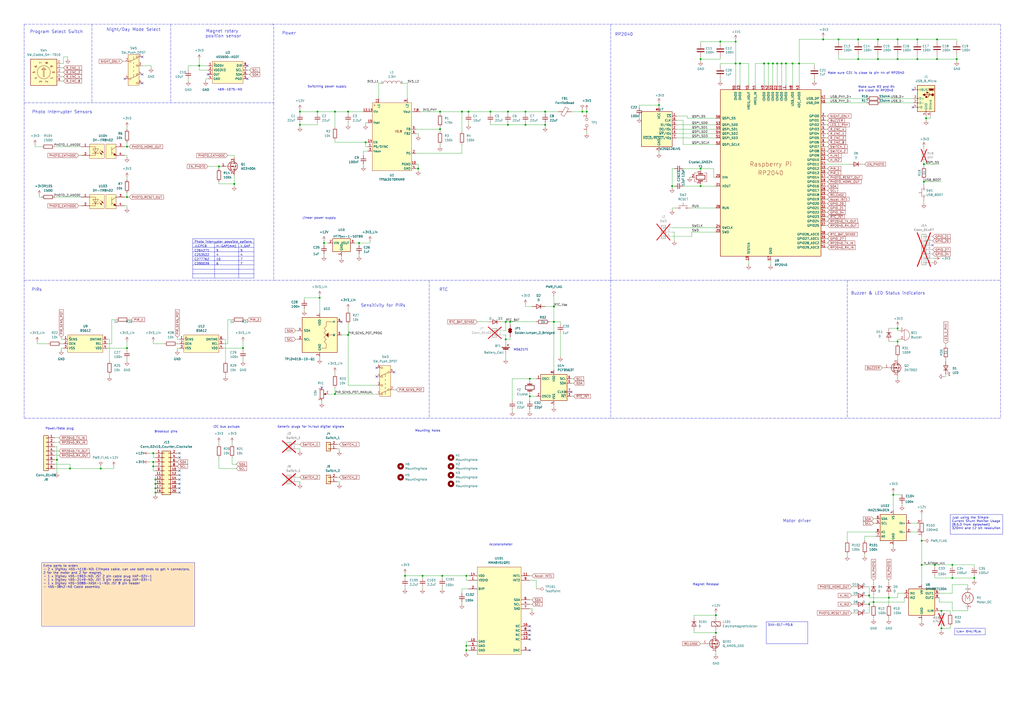
<source format=kicad_sch>
(kicad_sch (version 20250114) (generator "eeschema") (generator_version "9.0")
  (paper "A2")
  (rectangle (start 13.97 13.97) (end 158.75 59.69) (stroke (width 0) (type dash)))
  (text "Magnet Release" (at 409.448 339.09 0) (effects (font (size 1.27 1.27))))
  (text "PIRs" (at 21.336 168.148 0) (effects (font (size 1.778 1.778))))
  (text "Breakout pins" (at 96.266 250.444 0) (effects (font (size 1.27 1.27))))
  (text "I2C bus pullups" (at 131.318 247.65 0) (effects (font (size 1.27 1.27))))
  (text "Make sure R3 and R4\nare close to RP2040" (at 497.84 53.34 0) (effects (font (size 1.27 1.27)) (justify left bottom)))
  (text "RTC" (at 257.302 168.148 0) (effects (font (size 1.778 1.778))))
  (text "Program Select Switch" (at 32.766 18.542 0) (effects (font (size 1.778 1.778))))
  (text "Photo Interrupter Sensors" (at 36.068 65.024 0) (effects (font (size 1.778 1.778))))
  (text "Buzzer & LED Status indicators" (at 515.112 170.18 0) (effects (font (size 1.778 1.778))))
  (text "Night/Day Mode Select\n" (at 77.47 17.272 0) (effects (font (size 1.778 1.778))))
  (text "Sensitivity for PIRs" (at 222.25 177.292 0) (effects (font (size 1.778 1.778))))
  (text "Switching power supply" (at 189.738 50.292 0) (effects (font (size 1.27 1.27))))
  (text "469-1075-ND" (at 133.35 52.07 0) (effects (font (size 1.27 1.27))))
  (text "Magnet rotary \nposition sensor" (at 129.54 19.558 0) (effects (font (size 1.778 1.778))))
  (text "Accelerometer" (at 290.576 315.976 0) (effects (font (size 1.27 1.27))))
  (text "Make sure C21 is close to pin 44 of RP2040" (at 480.06 43.18 0) (effects (font (size 1.27 1.27)) (justify left bottom)))
  (text "Power" (at 167.64 19.304 0) (effects (font (size 1.778 1.778))))
  (text "Linear power supply" (at 185.166 126.492 0) (effects (font (size 1.27 1.27))))
  (text "MS621FE" (at 302.26 202.946 0) (effects (font (size 1.27 1.27))))
  (text "Generic plugs for in/out digital signals" (at 180.34 247.65 0) (effects (font (size 1.27 1.27))))
  (text "Mounting holes" (at 248.158 249.936 0) (effects (font (size 1.27 1.27))))
  (text "Power/Data plug" (at 34.544 248.666 0) (effects (font (size 1.27 1.27))))
  (text "Motor driver" (at 462.28 302.26 0) (effects (font (size 1.778 1.778))))
  (text "RP2040" (at 361.95 20.066 0) (effects (font (size 1.778 1.778))))
  (text_box "Extra parts to order:\n- 2 x DigiKey 455-4118-ND: Crimped cable, can use both ends to get 4 connectors. 2 for the motor and 2 for magnet.\n- 1 x Digikey 455-1903-ND: JST 2 pin cable plug XAP-02V-1\n- 1 x Digikey 455-2149-ND: JST 3 pin cable plug XAP-03V-1\n- 1 x Digikey 455-S08B-XASK-1-ND: JST 8 pin header\n- 455-3842-ND Cable assembly" (at 24.13 326.39 0) (size 88.9 36.83) (margins 0.9525 0.9525 0.9525 0.9525) (fill (type color) (color 255 229 191 1)) (effects (font (size 1.27 1.27)) (justify left top)))
  (text_box "Just using the Simple Current Shunt Monitor Usage (8.5.3 from datasheet)\n320mV and 12 bit resolution" (at 551.18 298.45 0) (size 30.48 11.43) (margins 0.9525 0.9525 0.9525 0.9525) (effects (font (size 1.27 1.27)) (justify left top)))
  (text_box "I_{LIM}= 64k/R_{LIM}" (at 553.72 364.49 0) (size 17.78 3.81) (margins 0.9525 0.9525 0.9525 0.9525) (effects (font (size 1.27 1.27)) (justify left top)))
  (text_box "SXA-01T-P0.6\n" (at 444.5 360.68 0) (size 24.13 12.7) (margins 0.9525 0.9525 0.9525 0.9525) (effects (font (size 1.27 1.27)) (justify left top)))
  (junction (at 426.72 36.83))
  (junction (at 534.67 313.69))
  (junction (at 486.41 22.86))
  (junction (at 546.1 354.33))
  (junction (at 546.1 364.49))
  (junction (at 532.13 34.29))
  (junction (at 406.4 34.29))
  (junction (at 307.34 219.71))
  (junction (at 115.57 38.1))
  (junction (at 185.42 172.72))
  (junction (at 565.15 335.28))
  (junction (at 321.31 177.8))
  (junction (at 535.94 95.25))
  (junction (at 445.77 36.83))
  (junction (at 73.66 85.09))
  (junction (at 293.37 186.69))
  (junction (at 201.93 64.77))
  (junction (at 321.31 186.69))
  (junction (at 194.31 64.77))
  (junction (at 73.66 114.3))
  (junction (at 33.02 266.7))
  (junction (at 270.51 334.01))
  (junction (at 520.7 22.86))
  (junction (at 187.96 140.97))
  (junction (at 415.29 356.87))
  (junction (at 389.89 107.95))
  (junction (at 212.09 82.55))
  (junction (at 543.56 34.29))
  (junction (at 415.29 367.03))
  (junction (at 267.97 64.77))
  (junction (at 316.23 72.39))
  (junction (at 88.9 270.51))
  (junction (at 245.11 334.01))
  (junction (at 242.57 97.79))
  (junction (at 90.17 283.21))
  (junction (at 518.16 287.02))
  (junction (at 463.55 36.83))
  (junction (at 173.99 72.39))
  (junction (at 140.97 201.93))
  (junction (at 255.27 74.93))
  (junction (at 532.13 22.86))
  (junction (at 88.9 267.97))
  (junction (at 90.17 280.67))
  (junction (at 173.99 64.77))
  (junction (at 88.9 262.89))
  (junction (at 426.72 24.13))
  (junction (at 40.64 271.78))
  (junction (at 295.91 186.69))
  (junction (at 271.78 64.77))
  (junction (at 382.27 60.96))
  (junction (at 520.7 34.29))
  (junction (at 256.54 334.01))
  (junction (at 504.19 350.52))
  (junction (at 520.7 198.12))
  (junction (at 535.94 105.41))
  (junction (at 340.36 64.77))
  (junction (at 270.51 374.65))
  (junction (at 429.26 36.83))
  (junction (at 255.27 64.77))
  (junction (at 208.28 140.97))
  (junction (at 497.84 22.86))
  (junction (at 90.17 278.13))
  (junction (at 509.27 34.29))
  (junction (at 497.84 34.29))
  (junction (at 552.45 335.28))
  (junction (at 504.19 345.44))
  (junction (at 443.23 36.83))
  (junction (at 455.93 36.83))
  (junction (at 316.23 64.77))
  (junction (at 304.8 72.39))
  (junction (at 294.64 64.77))
  (junction (at 506.73 349.25))
  (junction (at 304.8 64.77))
  (junction (at 552.45 327.66))
  (junction (at 554.99 34.29))
  (junction (at 459.74 36.83))
  (junction (at 135.89 106.68))
  (junction (at 194.31 228.6))
  (junction (at 542.29 327.66))
  (junction (at 450.85 36.83))
  (junction (at 406.4 107.95))
  (junction (at 543.56 22.86))
  (junction (at 73.66 201.93))
  (junction (at 534.67 327.66))
  (junction (at 201.93 194.31))
  (junction (at 509.27 22.86))
  (junction (at 537.21 68.58))
  (junction (at 293.37 196.85))
  (junction (at 520.7 190.5))
  (junction (at 184.15 64.77))
  (junction (at 448.31 36.83))
  (junction (at 58.42 271.78))
  (junction (at 453.39 36.83))
  (junction (at 307.34 229.87))
  (junction (at 337.82 64.77))
  (junction (at 234.95 334.01))
  (junction (at 294.64 72.39))
  (junction (at 477.52 22.86))
  (junction (at 284.48 64.77))
  (junction (at 90.17 285.75))
  (junction (at 127 96.52))
  (junction (at 406.4 97.79))
  (junction (at 515.62 346.71))
  (junction (at 417.83 24.13))
  (junction (at 270.51 377.19))
  (no_connect (at 218.44 213.36))
  (no_connect (at 104.14 285.75))
  (no_connect (at 104.14 280.67))
  (no_connect (at 104.14 283.21))
  (no_connect (at 82.55 43.18))
  (no_connect (at 529.59 62.23))
  (no_connect (at 72.39 45.72))
  (no_connect (at 82.55 33.02))
  (no_connect (at 143.51 45.72))
  (no_connect (at 104.14 278.13))
  (no_connect (at 218.44 218.44))
  (no_connect (at 228.6 215.9))
  (no_connect (at 104.14 275.59))
  (no_connect (at 104.14 273.05))
  (no_connect (at 104.14 265.43))
  (no_connect (at 541.02 142.24))
  (no_connect (at 198.12 186.69))
  (no_connect (at 331.47 227.33))
  (no_connect (at 186.69 224.79))
  (no_connect (at 307.34 365.76))
  (no_connect (at 104.14 262.89))
  (no_connect (at 529.59 52.07))
  (no_connect (at 82.55 48.26))
  (no_connect (at 307.34 377.19))
  (no_connect (at 307.34 370.84))
  (no_connect (at 120.65 43.18))
  (no_connect (at 307.34 363.22))
  (no_connect (at 307.34 368.3))
  (no_connect (at 143.51 38.1))
  (wire (pts (xy 22.86 114.3) (xy 24.13 114.3)))
  (wire (pts (xy 554.99 31.75) (xy 554.99 34.29)))
  (wire (pts (xy 518.16 316.23) (xy 518.16 317.5)))
  (wire (pts (xy 565.15 328.93) (xy 565.15 327.66)))
  (wire (pts (xy 520.7 346.71) (xy 515.62 346.71)))
  (wire (pts (xy 242.57 95.25) (xy 242.57 97.79)))
  (wire (pts (xy 109.22 38.1) (xy 115.57 38.1)))
  (wire (pts (xy 109.22 40.64) (xy 109.22 38.1)))
  (wire (pts (xy 135.89 90.17) (xy 135.89 91.44)))
  (wire (pts (xy 210.82 87.63) (xy 213.36 87.63)))
  (wire (pts (xy 340.36 64.77) (xy 340.36 66.04)))
  (wire (pts (xy 35.56 196.85) (xy 35.56 195.58)))
  (wire (pts (xy 316.23 71.12) (xy 316.23 72.39)))
  (wire (pts (xy 311.15 229.87) (xy 307.34 229.87)))
  (wire (pts (xy 201.93 179.07) (xy 201.93 180.34)))
  (wire (pts (xy 520.7 218.44) (xy 520.7 219.71)))
  (wire (pts (xy 501.65 311.15) (xy 508 311.15)))
  (wire (pts (xy 426.72 24.13) (xy 426.72 36.83)))
  (polyline (pts (xy 13.97 59.69) (xy 13.97 162.56)) (stroke (width 0) (type dash)))
  (wire (pts (xy 35.56 46.99) (xy 36.83 46.99)))
  (polyline (pts (xy 248.92 162.56) (xy 248.92 242.57)) (stroke (width 0) (type dash)))
  (wire (pts (xy 270.51 374.65) (xy 270.51 372.11)))
  (wire (pts (xy 396.24 69.85) (xy 396.24 83.82)))
  (wire (pts (xy 515.62 336.55) (xy 515.62 337.82)))
  (wire (pts (xy 447.04 151.13) (xy 447.04 153.67)))
  (wire (pts (xy 270.51 377.19) (xy 270.51 374.65)))
  (wire (pts (xy 478.79 102.87) (xy 480.06 102.87)))
  (wire (pts (xy 321.31 234.95) (xy 321.31 236.22)))
  (polyline (pts (xy 13.97 242.57) (xy 13.97 226.06)) (stroke (width 0) (type dash)))
  (wire (pts (xy 102.87 262.89) (xy 104.14 262.89)))
  (wire (pts (xy 172.72 276.86) (xy 173.99 276.86)))
  (wire (pts (xy 528.32 308.61) (xy 532.13 308.61)))
  (wire (pts (xy 46.99 85.09) (xy 31.75 85.09)))
  (wire (pts (xy 521.97 191.77) (xy 520.7 191.77)))
  (wire (pts (xy 173.99 279.4) (xy 173.99 280.67)))
  (wire (pts (xy 486.41 22.86) (xy 497.84 22.86)))
  (wire (pts (xy 415.29 134.62) (xy 401.32 134.62)))
  (wire (pts (xy 402.59 367.03) (xy 415.29 367.03)))
  (wire (pts (xy 76.2 185.42) (xy 74.93 185.42)))
  (wire (pts (xy 36.83 33.02) (xy 36.83 36.83)))
  (wire (pts (xy 548.64 218.44) (xy 547.37 218.44)))
  (wire (pts (xy 245.11 334.01) (xy 245.11 335.28)))
  (wire (pts (xy 73.66 201.93) (xy 73.66 198.12)))
  (wire (pts (xy 463.55 22.86) (xy 463.55 36.83)))
  (wire (pts (xy 415.29 120.65) (xy 401.32 120.65)))
  (wire (pts (xy 520.7 344.17) (xy 520.7 346.71)))
  (wire (pts (xy 453.39 49.53) (xy 453.39 36.83)))
  (polyline (pts (xy 354.33 13.97) (xy 354.33 162.56)) (stroke (width 0) (type dash)))
  (wire (pts (xy 267.97 64.77) (xy 267.97 76.2)))
  (wire (pts (xy 31.75 271.78) (xy 40.64 271.78)))
  (wire (pts (xy 172.72 279.4) (xy 173.99 279.4)))
  (wire (pts (xy 502.92 345.44) (xy 504.19 345.44)))
  (wire (pts (xy 510.54 59.69) (xy 529.59 59.69)))
  (wire (pts (xy 417.83 38.1) (xy 417.83 36.83)))
  (wire (pts (xy 524.51 346.71) (xy 524.51 349.25)))
  (wire (pts (xy 321.31 177.8) (xy 321.31 186.69)))
  (wire (pts (xy 284.48 72.39) (xy 294.64 72.39)))
  (polyline (pts (xy 354.33 162.56) (xy 248.92 162.56)) (stroke (width 0) (type dash)))
  (wire (pts (xy 33.02 259.08) (xy 33.02 266.7)))
  (wire (pts (xy 478.79 115.57) (xy 480.06 115.57)))
  (wire (pts (xy 509.27 22.86) (xy 520.7 22.86)))
  (polyline (pts (xy 157.48 13.97) (xy 354.33 13.97)) (stroke (width 0) (type dash)))
  (wire (pts (xy 478.79 82.55) (xy 480.06 82.55)))
  (wire (pts (xy 102.87 201.93) (xy 104.14 201.93)))
  (wire (pts (xy 201.93 64.77) (xy 201.93 66.04)))
  (wire (pts (xy 173.99 72.39) (xy 173.99 73.66)))
  (wire (pts (xy 90.17 275.59) (xy 90.17 278.13)))
  (wire (pts (xy 450.85 36.83) (xy 453.39 36.83)))
  (wire (pts (xy 455.93 36.83) (xy 455.93 49.53)))
  (wire (pts (xy 511.81 213.36) (xy 513.08 213.36)))
  (wire (pts (xy 33.02 266.7) (xy 33.02 274.32)))
  (wire (pts (xy 304.8 176.53) (xy 304.8 177.8)))
  (polyline (pts (xy 354.33 242.57) (xy 248.92 242.57)) (stroke (width 0) (type dash)))
  (wire (pts (xy 402.59 358.14) (xy 402.59 356.87)))
  (wire (pts (xy 401.32 137.16) (xy 401.32 134.62)))
  (wire (pts (xy 256.54 335.28) (xy 256.54 334.01)))
  (wire (pts (xy 194.31 82.55) (xy 194.31 81.28)))
  (wire (pts (xy 520.7 189.23) (xy 520.7 190.5)))
  (wire (pts (xy 255.27 74.93) (xy 255.27 76.2)))
  (wire (pts (xy 173.99 260.35) (xy 173.99 261.62)))
  (wire (pts (xy 406.4 107.95) (xy 415.29 107.95)))
  (wire (pts (xy 102.87 278.13) (xy 104.14 278.13)))
  (wire (pts (xy 73.66 82.55) (xy 73.66 85.09)))
  (wire (pts (xy 35.56 39.37) (xy 36.83 39.37)))
  (wire (pts (xy 544.83 354.33) (xy 546.1 354.33)))
  (polyline (pts (xy 13.97 162.56) (xy 158.75 162.56)) (stroke (width 0) (type dash)))
  (wire (pts (xy 544.83 346.71) (xy 544.83 349.25)))
  (wire (pts (xy 194.31 217.17) (xy 194.31 215.9)))
  (wire (pts (xy 102.87 199.39) (xy 104.14 199.39)))
  (wire (pts (xy 406.4 33.02) (xy 406.4 34.29)))
  (wire (pts (xy 506.73 336.55) (xy 506.73 337.82)))
  (wire (pts (xy 208.28 140.97) (xy 208.28 142.24)))
  (wire (pts (xy 548.64 199.39) (xy 548.64 200.66)))
  (wire (pts (xy 241.3 97.79) (xy 242.57 97.79)))
  (wire (pts (xy 201.93 223.52) (xy 218.44 223.52)))
  (wire (pts (xy 406.4 97.79) (xy 414.02 97.79)))
  (wire (pts (xy 426.72 22.86) (xy 426.72 24.13)))
  (wire (pts (xy 406.4 107.95) (xy 406.4 106.68)))
  (wire (pts (xy 143.51 40.64) (xy 144.78 40.64)))
  (wire (pts (xy 31.75 264.16) (xy 34.29 264.16)))
  (wire (pts (xy 546.1 364.49) (xy 546.1 365.76)))
  (wire (pts (xy 532.13 22.86) (xy 543.56 22.86)))
  (wire (pts (xy 184.15 72.39) (xy 184.15 71.12)))
  (wire (pts (xy 402.59 356.87) (xy 415.29 356.87)))
  (wire (pts (xy 102.87 275.59) (xy 104.14 275.59)))
  (wire (pts (xy 88.9 273.05) (xy 88.9 270.51)))
  (wire (pts (xy 392.43 72.39) (xy 415.29 72.39)))
  (wire (pts (xy 535.94 93.98) (xy 535.94 95.25)))
  (wire (pts (xy 194.31 228.6) (xy 218.44 228.6)))
  (wire (pts (xy 134.62 269.24) (xy 137.16 269.24)))
  (wire (pts (xy 73.66 90.17) (xy 73.66 91.44)))
  (wire (pts (xy 294.64 64.77) (xy 304.8 64.77)))
  (wire (pts (xy 478.79 67.31) (xy 480.06 67.31)))
  (wire (pts (xy 478.79 87.63) (xy 480.06 87.63)))
  (wire (pts (xy 140.97 201.93) (xy 140.97 203.2)))
  (wire (pts (xy 307.34 353.06) (xy 308.61 353.06)))
  (wire (pts (xy 544.83 344.17) (xy 552.45 344.17)))
  (wire (pts (xy 102.87 280.67) (xy 104.14 280.67)))
  (wire (pts (xy 90.17 273.05) (xy 88.9 273.05)))
  (wire (pts (xy 406.4 34.29) (xy 417.83 34.29)))
  (wire (pts (xy 478.79 74.93) (xy 480.06 74.93)))
  (wire (pts (xy 478.79 69.85) (xy 480.06 69.85)))
  (wire (pts (xy 389.89 107.95) (xy 389.89 97.79)))
  (wire (pts (xy 132.08 185.42) (xy 134.62 185.42)))
  (wire (pts (xy 64.77 199.39) (xy 64.77 185.42)))
  (wire (pts (xy 497.84 31.75) (xy 497.84 34.29)))
  (wire (pts (xy 543.56 34.29) (xy 532.13 34.29)))
  (wire (pts (xy 509.27 34.29) (xy 497.84 34.29)))
  (wire (pts (xy 478.79 77.47) (xy 480.06 77.47)))
  (wire (pts (xy 546.1 105.41) (xy 535.94 105.41)))
  (wire (pts (xy 554.99 24.13) (xy 554.99 22.86)))
  (wire (pts (xy 515.62 198.12) (xy 520.7 198.12)))
  (wire (pts (xy 370.84 62.23) (xy 370.84 60.96)))
  (wire (pts (xy 524.51 344.17) (xy 520.7 344.17)))
  (wire (pts (xy 544.83 95.25) (xy 535.94 95.25)))
  (wire (pts (xy 304.8 64.77) (xy 316.23 64.77)))
  (wire (pts (xy 129.54 201.93) (xy 140.97 201.93)))
  (wire (pts (xy 86.36 267.97) (xy 88.9 267.97)))
  (wire (pts (xy 504.19 340.36) (xy 504.19 345.44)))
  (wire (pts (xy 520.7 24.13) (xy 520.7 22.86)))
  (wire (pts (xy 552.45 334.01) (xy 552.45 335.28)))
  (wire (pts (xy 504.19 345.44) (xy 504.19 346.71)))
  (wire (pts (xy 478.79 118.11) (xy 480.06 118.11)))
  (wire (pts (xy 414.02 102.87) (xy 415.29 102.87)))
  (wire (pts (xy 417.83 24.13) (xy 426.72 24.13)))
  (wire (pts (xy 308.61 353.06) (xy 308.61 354.33)))
  (polyline (pts (xy 158.75 59.69) (xy 158.75 162.56)) (stroke (width 0) (type dash)))
  (wire (pts (xy 534.67 311.15) (xy 534.67 313.69)))
  (wire (pts (xy 518.16 287.02) (xy 518.16 295.91)))
  (wire (pts (xy 271.78 66.04) (xy 271.78 64.77)))
  (wire (pts (xy 73.66 104.14) (xy 73.66 102.87)))
  (wire (pts (xy 210.82 95.25) (xy 210.82 96.52)))
  (wire (pts (xy 297.18 232.41) (xy 297.18 219.71)))
  (wire (pts (xy 561.34 339.09) (xy 561.34 340.36)))
  (wire (pts (xy 40.64 269.24) (xy 31.75 269.24)))
  (wire (pts (xy 234.95 334.01) (xy 245.11 334.01)))
  (wire (pts (xy 194.31 64.77) (xy 201.93 64.77)))
  (wire (pts (xy 185.42 207.01) (xy 185.42 208.28)))
  (wire (pts (xy 415.29 365.76) (xy 415.29 367.03)))
  (wire (pts (xy 477.52 21.59) (xy 477.52 22.86)))
  (wire (pts (xy 491.49 308.61) (xy 508 308.61)))
  (wire (pts (xy 459.74 49.53) (xy 459.74 36.83)))
  (wire (pts (xy 90.17 280.67) (xy 90.17 283.21)))
  (wire (pts (xy 552.45 349.25) (xy 552.45 354.33)))
  (wire (pts (xy 520.7 34.29) (xy 509.27 34.29)))
  (wire (pts (xy 552.45 327.66) (xy 565.15 327.66)))
  (wire (pts (xy 267.97 341.63) (xy 271.78 341.63)))
  (wire (pts (xy 294.64 72.39) (xy 304.8 72.39)))
  (wire (pts (xy 171.45 191.77) (xy 172.72 191.77)))
  (wire (pts (xy 120.65 40.64) (xy 115.57 40.64)))
  (wire (pts (xy 184.15 64.77) (xy 194.31 64.77)))
  (polyline (pts (xy 248.92 242.57) (xy 13.97 242.57)) (stroke (width 0) (type dash)))
  (wire (pts (xy 478.79 113.03) (xy 480.06 113.03)))
  (wire (pts (xy 389.89 120.65) (xy 391.16 120.65)))
  (wire (pts (xy 478.79 120.65) (xy 480.06 120.65)))
  (wire (pts (xy 509.27 31.75) (xy 509.27 34.29)))
  (polyline (pts (xy 354.33 162.56) (xy 354.33 242.57)) (stroke (width 0) (type dash)))
  (wire (pts (xy 63.5 217.17) (xy 63.5 218.44)))
  (wire (pts (xy 389.89 121.92) (xy 389.89 120.65)))
  (wire (pts (xy 307.34 229.87) (xy 307.34 232.41)))
  (wire (pts (xy 543.56 31.75) (xy 543.56 34.29)))
  (wire (pts (xy 295.91 186.69) (xy 311.15 186.69)))
  (wire (pts (xy 297.18 219.71) (xy 307.34 219.71)))
  (wire (pts (xy 127 96.52) (xy 128.27 96.52)))
  (wire (pts (xy 396.24 107.95) (xy 406.4 107.95)))
  (wire (pts (xy 331.47 222.25) (xy 332.74 222.25)))
  (wire (pts (xy 72.39 114.3) (xy 73.66 114.3)))
  (wire (pts (xy 448.31 49.53) (xy 448.31 36.83)))
  (wire (pts (xy 129.54 196.85) (xy 130.81 196.85)))
  (wire (pts (xy 502.92 350.52) (xy 504.19 350.52)))
  (wire (pts (xy 472.44 38.1) (xy 472.44 36.83)))
  (wire (pts (xy 185.42 171.45) (xy 185.42 172.72)))
  (wire (pts (xy 552.45 354.33) (xy 561.34 354.33)))
  (wire (pts (xy 478.79 123.19) (xy 480.06 123.19)))
  (wire (pts (xy 88.9 267.97) (xy 90.17 267.97)))
  (wire (pts (xy 331.47 64.77) (xy 337.82 64.77)))
  (wire (pts (xy 504.19 349.25) (xy 506.73 349.25)))
  (wire (pts (xy 234.95 334.01) (xy 234.95 335.28)))
  (wire (pts (xy 31.75 256.54) (xy 34.29 256.54)))
  (wire (pts (xy 502.92 340.36) (xy 504.19 340.36)))
  (wire (pts (xy 478.79 85.09) (xy 480.06 85.09)))
  (wire (pts (xy 293.37 186.69) (xy 295.91 186.69)))
  (wire (pts (xy 196.85 260.35) (xy 196.85 261.62)))
  (wire (pts (xy 90.17 265.43) (xy 88.9 265.43)))
  (wire (pts (xy 478.79 72.39) (xy 480.06 72.39)))
  (wire (pts (xy 455.93 36.83) (xy 459.74 36.83)))
  (wire (pts (xy 535.94 105.41) (xy 535.94 106.68)))
  (wire (pts (xy 35.56 36.83) (xy 36.83 36.83)))
  (wire (pts (xy 22.86 113.03) (xy 22.86 114.3)))
  (wire (pts (xy 87.63 38.1) (xy 82.55 38.1)))
  (wire (pts (xy 307.34 336.55) (xy 311.15 336.55)))
  (wire (pts (xy 88.9 270.51) (xy 90.17 270.51)))
  (wire (pts (xy 406.4 24.13) (xy 417.83 24.13)))
  (wire (pts (xy 88.9 265.43) (xy 88.9 262.89)))
  (wire (pts (xy 127 106.68) (xy 135.89 106.68)))
  (wire (pts (xy 236.22 48.26) (xy 236.22 57.15)))
  (wire (pts (xy 267.97 349.25) (xy 267.97 350.52)))
  (wire (pts (xy 304.8 72.39) (xy 304.8 71.12)))
  (polyline (pts (xy 158.75 162.56) (xy 248.92 162.56)) (stroke (width 0) (type dash)))
  (wire (pts (xy 515.62 346.71) (xy 515.62 350.52)))
  (wire (pts (xy 532.13 34.29) (xy 520.7 34.29)))
  (wire (pts (xy 443.23 36.83) (xy 445.77 36.83)))
  (wire (pts (xy 307.34 334.01) (xy 308.61 334.01)))
  (wire (pts (xy 35.56 41.91) (xy 36.83 41.91)))
  (wire (pts (xy 127 271.78) (xy 137.16 271.78)))
  (wire (pts (xy 438.15 49.53) (xy 438.15 36.83)))
  (wire (pts (xy 539.75 67.31) (xy 539.75 68.58)))
  (wire (pts (xy 532.13 31.75) (xy 532.13 34.29)))
  (wire (pts (xy 434.34 49.53) (xy 434.34 36.83)))
  (wire (pts (xy 520.7 207.01) (xy 520.7 208.28)))
  (wire (pts (xy 241.3 88.9) (xy 267.97 88.9)))
  (wire (pts (xy 389.89 97.79) (xy 391.16 97.79)))
  (wire (pts (xy 284.48 72.39) (xy 284.48 71.12)))
  (wire (pts (xy 140.97 208.28) (xy 140.97 209.55)))
  (wire (pts (xy 293.37 196.85) (xy 295.91 196.85)))
  (wire (pts (xy 87.63 39.37) (xy 87.63 38.1)))
  (wire (pts (xy 501.65 321.31) (xy 501.65 322.58)))
  (wire (pts (xy 523.24 287.02) (xy 518.16 287.02)))
  (wire (pts (xy 234.95 334.01) (xy 234.95 332.74)))
  (wire (pts (xy 201.93 187.96) (xy 201.93 194.31)))
  (wire (pts (xy 307.34 347.98) (xy 308.61 347.98)))
  (wire (pts (xy 195.58 279.4) (xy 196.85 279.4)))
  (wire (pts (xy 115.57 38.1) (xy 115.57 40.64)))
  (wire (pts (xy 406.4 34.29) (xy 406.4 35.56)))
  (wire (pts (xy 129.54 199.39) (xy 132.08 199.39)))
  (wire (pts (xy 270.51 374.65) (xy 271.78 374.65)))
  (wire (pts (xy 31.75 254) (xy 34.29 254)))
  (wire (pts (xy 392.43 80.01) (xy 415.29 80.01)))
  (wire (pts (xy 546.1 354.33) (xy 551.18 354.33)))
  (wire (pts (xy 120.65 45.72) (xy 119.38 45.72)))
  (wire (pts (xy 201.93 194.31) (xy 201.93 223.52)))
  (wire (pts (xy 478.79 125.73) (xy 480.06 125.73)))
  (wire (pts (xy 173.99 72.39) (xy 173.99 71.12)))
  (wire (pts (xy 90.17 283.21) (xy 90.17 285.75)))
  (wire (pts (xy 190.5 140.97) (xy 187.96 140.97)))
  (wire (pts (xy 90.17 285.75) (xy 90.17 287.02)))
  (wire (pts (xy 256.54 340.36) (xy 256.54 341.63)))
  (wire (pts (xy 212.09 82.55) (xy 213.36 82.55)))
  (wire (pts (xy 318.77 186.69) (xy 321.31 186.69)))
  (wire (pts (xy 504.19 349.25) (xy 504.19 350.52)))
  (wire (pts (xy 478.79 140.97) (xy 480.06 140.97)))
  (wire (pts (xy 532.13 24.13) (xy 532.13 22.86)))
  (wire (pts (xy 504.19 350.52) (xy 504.19 355.6)))
  (wire (pts (xy 445.77 36.83) (xy 448.31 36.83)))
  (wire (pts (xy 325.12 187.96) (xy 325.12 186.69)))
  (wire (pts (xy 171.45 196.85) (xy 172.72 196.85)))
  (wire (pts (xy 176.53 173.99) (xy 176.53 172.72)))
  (wire (pts (xy 102.87 196.85) (xy 102.87 195.58)))
  (wire (pts (xy 104.14 196.85) (xy 102.87 196.85)))
  (wire (pts (xy 506.73 300.99) (xy 508 300.99)))
  (wire (pts (xy 271.78 72.39) (xy 271.78 71.12)))
  (wire (pts (xy 194.31 228.6) (xy 190.5 228.6)))
  (wire (pts (xy 398.78 68.58) (xy 415.29 68.58)))
  (wire (pts (xy 35.56 44.45) (xy 36.83 44.45)))
  (wire (pts (xy 459.74 36.83) (xy 463.55 36.83)))
  (wire (pts (xy 176.53 179.07) (xy 176.53 180.34)))
  (wire (pts (xy 143.51 43.18) (xy 144.78 43.18)))
  (wire (pts (xy 434.34 36.83) (xy 429.26 36.83)))
  (wire (pts (xy 172.72 260.35) (xy 173.99 260.35)))
  (wire (pts (xy 115.57 38.1) (xy 120.65 38.1)))
  (wire (pts (xy 535.94 85.09) (xy 535.94 86.36)))
  (polyline (pts (xy 491.49 162.56) (xy 491.49 242.57)) (stroke (width 0) (type dash)))
  (wire (pts (xy 20.32 85.09) (xy 24.13 85.09)))
  (wire (pts (xy 267.97 344.17) (xy 267.97 341.63)))
  (wire (pts (xy 208.28 147.32) (xy 208.28 148.59)))
  (wire (pts (xy 73.66 74.93) (xy 73.66 73.66)))
  (wire (pts (xy 293.37 205.74) (xy 293.37 208.28)))
  (wire (pts (xy 295.91 195.58) (xy 295.91 196.85)))
  (wire (pts (xy 523.24 292.1) (xy 523.24 293.37)))
  (wire (pts (xy 478.79 130.81) (xy 480.06 130.81)))
  (wire (pts (xy 62.23 199.39) (xy 64.77 199.39)))
  (wire (pts (xy 35.56 199.39) (xy 36.83 199.39)))
  (wire (pts (xy 478.79 90.17) (xy 480.06 90.17)))
  (wire (pts (xy 27.94 199.39) (xy 21.59 199.39)))
  (wire (pts (xy 398.78 68.58) (xy 398.78 67.31)))
  (wire (pts (xy 534.67 298.45) (xy 534.67 300.99)))
  (wire (pts (xy 443.23 49.53) (xy 443.23 36.83)))
  (polyline (pts (xy 354.33 13.97) (xy 580.39 13.97)) (stroke (width 0) (type dash)))
  (wire (pts (xy 196.85 279.4) (xy 196.85 280.67)))
  (wire (pts (xy 535.94 95.25) (xy 535.94 96.52)))
  (wire (pts (xy 518.16 287.02) (xy 518.16 285.75)))
  (wire (pts (xy 546.1 363.22) (xy 546.1 364.49)))
  (wire (pts (xy 535.94 104.14) (xy 535.94 105.41)))
  (wire (pts (xy 187.96 147.32) (xy 187.96 148.59)))
  (wire (pts (xy 552.45 344.17) (xy 552.45 339.09)))
  (wire (pts (xy 515.62 345.44) (xy 515.62 346.71)))
  (wire (pts (xy 36.83 196.85) (xy 35.56 196.85)))
  (wire (pts (xy 486.41 24.13) (xy 486.41 22.86)))
  (wire (pts (xy 535.94 116.84) (xy 535.94 118.11)))
  (wire (pts (xy 172.72 257.81) (xy 173.99 257.81)))
  (wire (pts (xy 234.95 340.36) (xy 234.95 341.63)))
  (wire (pts (xy 173.99 64.77) (xy 173.99 66.04)))
  (wire (pts (xy 134.62 265.43) (xy 134.62 269.24)))
  (wire (pts (xy 127 256.54) (xy 127 257.81)))
  (wire (pts (xy 528.32 303.53) (xy 532.13 303.53)))
  (wire (pts (xy 307.34 220.98) (xy 307.34 219.71)))
  (wire (pts (xy 453.39 36.83) (xy 455.93 36.83)))
  (wire (pts (xy 415.29 378.46) (xy 415.29 379.73)))
  (wire (pts (xy 415.29 367.03) (xy 415.29 368.3)))
  (wire (pts (xy 506.73 349.25) (xy 506.73 350.52)))
  (wire (pts (xy 71.12 35.56) (xy 72.39 35.56)))
  (wire (pts (xy 39.37 33.02) (xy 39.37 34.29)))
  (wire (pts (xy 270.51 334.01) (xy 270.51 336.55)))
  (wire (pts (xy 241.3 74.93) (xy 255.27 74.93)))
  (wire (pts (xy 510.54 57.15) (xy 529.59 57.15)))
  (wire (pts (xy 213.36 85.09) (xy 212.09 85.09)))
  (wire (pts (xy 494.03 345.44) (xy 495.3 345.44)))
  (wire (pts (xy 293.37 198.12) (xy 293.37 196.85)))
  (polyline (pts (xy 99.06 13.97) (xy 99.06 59.69)) (stroke (width 0) (type dash)))
  (wire (pts (xy 35.56 201.93) (xy 36.83 201.93)))
  (wire (pts (xy 551.18 363.22) (xy 551.18 364.49)))
  (wire (pts (xy 382.27 59.69) (xy 382.27 60.96)))
  (wire (pts (xy 417.83 25.4) (xy 417.83 24.13)))
  (wire (pts (xy 295.91 186.69) (xy 295.91 187.96)))
  (wire (pts (xy 543.56 22.86) (xy 554.99 22.86)))
  (wire (pts (xy 241.3 95.25) (xy 242.57 95.25)))
  (wire (pts (xy 500.38 95.25) (xy 501.65 95.25)))
  (wire (pts (xy 478.79 143.51) (xy 480.06 143.51)))
  (wire (pts (xy 241.3 77.47) (xy 242.57 77.47)))
  (wire (pts (xy 325.12 186.69) (xy 321.31 186.69)))
  (wire (pts (xy 304.8 72.39) (xy 316.23 72.39)))
  (wire (pts (xy 543.56 24.13) (xy 543.56 22.86)))
  (wire (pts (xy 242.57 97.79) (xy 242.57 99.06)))
  (wire (pts (xy 186.69 232.41) (xy 186.69 233.68)))
  (wire (pts (xy 534.67 327.66) (xy 534.67 339.09)))
  (wire (pts (xy 284.48 64.77) (xy 294.64 64.77)))
  (wire (pts (xy 552.45 339.09) (xy 561.34 339.09)))
  (wire (pts (xy 297.18 237.49) (xy 297.18 238.76)))
  (wire (pts (xy 501.65 311.15) (xy 501.65 313.69)))
  (polyline (pts (xy 13.97 162.56) (xy 13.97 226.06)) (stroke (width 0) (type dash)))
  (wire (pts (xy 448.31 36.83) (xy 450.85 36.83)))
  (wire (pts (xy 534.67 327.66) (xy 542.29 327.66)))
  (wire (pts (xy 90.17 278.13) (xy 90.17 280.67)))
  (wire (pts (xy 212.09 71.12) (xy 212.09 72.39)))
  (wire (pts (xy 548.64 217.17) (xy 548.64 218.44)))
  (wire (pts (xy 497.84 22.86) (xy 509.27 22.86)))
  (wire (pts (xy 552.45 328.93) (xy 552.45 327.66)))
  (wire (pts (xy 478.79 128.27) (xy 480.06 128.27)))
  (wire (pts (xy 396.24 97.79) (xy 406.4 97.79)))
  (wire (pts (xy 520.7 190.5) (xy 520.7 191.77)))
  (wire (pts (xy 370.84 67.31) (xy 370.84 68.58)))
  (wire (pts (xy 417.83 34.29) (xy 417.83 33.02)))
  (wire (pts (xy 544.83 349.25) (xy 552.45 349.25)))
  (wire (pts (xy 102.87 265.43) (xy 104.14 265.43)))
  (wire (pts (xy 88.9 270.51) (xy 88.9 267.97)))
  (wire (pts (xy 95.25 199.39) (xy 88.9 199.39)))
  (wire (pts (xy 73.66 201.93) (xy 73.66 203.2)))
  (wire (pts (xy 429.26 49.53) (xy 429.26 36.83)))
  (wire (pts (xy 276.86 186.69) (xy 283.21 186.69)))
  (wire (pts (xy 392.43 77.47) (xy 415.29 77.47)))
  (wire (pts (xy 478.79 138.43) (xy 480.06 138.43)))
  (wire (pts (xy 210.82 90.17) (xy 210.82 87.63)))
  (polyline (pts (xy 580.39 13.97) (xy 580.39 242.57)) (stroke (width 0) (type dash)))
  (wire (pts (xy 537.21 68.58) (xy 537.21 69.85)))
  (wire (pts (xy 228.6 226.06) (xy 229.87 226.06)))
  (wire (pts (xy 337.82 63.5) (xy 337.82 64.77)))
  (wire (pts (xy 389.89 137.16) (xy 401.32 137.16)))
  (wire (pts (xy 331.47 219.71) (xy 332.74 219.71)))
  (wire (pts (xy 198.12 194.31) (xy 201.93 194.31)))
  (wire (pts (xy 198.12 148.59) (xy 198.12 149.86)))
  (wire (pts (xy 506.73 303.53) (xy 508 303.53)))
  (wire (pts (xy 478.79 97.79) (xy 480.06 97.79)))
  (wire (pts (xy 256.54 334.01) (xy 270.51 334.01)))
  (wire (pts (xy 311.15 336.55) (xy 311.15 341.63)))
  (wire (pts (xy 304.8 66.04) (xy 304.8 64.77)))
  (wire (pts (xy 73.66 90.17) (xy 72.39 90.17)))
  (wire (pts (xy 494.03 355.6) (xy 495.3 355.6)))
  (wire (pts (xy 504.19 346.71) (xy 515.62 346.71)))
  (wire (pts (xy 194.31 224.79) (xy 194.31 228.6)))
  (wire (pts (xy 270.51 378.46) (xy 270.51 377.19)))
  (wire (pts (xy 546.1 364.49) (xy 551.18 364.49)))
  (wire (pts (xy 307.34 237.49) (xy 307.34 238.76)))
  (wire (pts (xy 478.79 110.49) (xy 480.06 110.49)))
  (wire (pts (xy 135.89 106.68) (xy 135.89 107.95)))
  (wire (pts (xy 417.83 45.72) (xy 417.83 46.99)))
  (wire (pts (xy 552.45 335.28) (xy 565.15 335.28)))
  (wire (pts (xy 340.36 76.2) (xy 340.36 77.47)))
  (wire (pts (xy 88.9 262.89) (xy 90.17 262.89)))
  (wire (pts (xy 417.83 36.83) (xy 426.72 36.83)))
  (wire (pts (xy 134.62 256.54) (xy 134.62 257.81)))
  (wire (pts (xy 307.34 229.87) (xy 307.34 228.6)))
  (wire (pts (xy 554.99 34.29) (xy 554.99 35.56)))
  (wire (pts (xy 497.84 24.13) (xy 497.84 22.86)))
  (wire (pts (xy 534.67 359.41) (xy 534.67 360.68)))
  (wire (pts (xy 45.72 119.38) (xy 46.99 119.38)))
  (wire (pts (xy 398.78 67.31) (xy 392.43 67.31)))
  (wire (pts (xy 414.02 97.79) (xy 414.02 102.87)))
  (wire (pts (xy 506.73 358.14) (xy 506.73 359.41)))
  (wire (pts (xy 88.9 199.39) (xy 88.9 198.12)))
  (wire (pts (xy 426.72 36.83) (xy 426.72 49.53)))
  (wire (pts (xy 520.7 31.75) (xy 520.7 34.29)))
  (wire (pts (xy 477.52 22.86) (xy 486.41 22.86)))
  (wire (pts (xy 478.79 105.41) (xy 480.06 105.41)))
  (wire (pts (xy 21.59 199.39) (xy 21.59 198.12)))
  (wire (pts (xy 214.63 139.7) (xy 214.63 140.97)))
  (wire (pts (xy 307.34 219.71) (xy 311.15 219.71)))
  (wire (pts (xy 316.23 66.04) (xy 316.23 64.77)))
  (wire (pts (xy 478.79 92.71) (xy 480.06 92.71)))
  (wire (pts (xy 127 97.79) (xy 127 96.52)))
  (wire (pts (xy 506.73 345.44) (xy 506.73 349.25)))
  (wire (pts (xy 130.81 196.85) (xy 130.81 209.55)))
  (wire (pts (xy 58.42 271.78) (xy 66.04 271.78)))
  (wire (pts (xy 187.96 140.97) (xy 187.96 142.24)))
  (wire (pts (xy 293.37 186.69) (xy 293.37 191.77)))
  (wire (pts (xy 292.1 191.77) (xy 293.37 191.77)))
  (wire (pts (xy 478.79 80.01) (xy 480.06 80.01)))
  (wire (pts (xy 415.29 356.87) (xy 415.29 358.14)))
  (wire (pts (xy 62.23 196.85) (xy 63.5 196.85)))
  (wire (pts (xy 46.99 114.3) (xy 31.75 114.3)))
  (wire (pts (xy 542.29 327.66) (xy 552.45 327.66)))
  (wire (pts (xy 497.84 34.29) (xy 486.41 34.29)))
  (wire (pts (xy 31.75 259.08) (xy 33.02 259.08)))
  (wire (pts (xy 102.87 203.2) (xy 102.87 201.93)))
  (wire (pts (xy 119.38 45.72) (xy 119.38 46.99)))
  (wire (pts (xy 504.19 355.6) (xy 502.92 355.6)))
  (wire (pts (xy 340.36 63.5) (xy 340.36 64.77)))
  (wire (pts (xy 73.66 114.3) (xy 74.93 114.3)))
  (wire (pts (xy 520.7 198.12) (xy 520.7 199.39)))
  (wire (pts (xy 389.89 132.08) (xy 415.29 132.08)))
  (wire (pts (xy 370.84 60.96) (xy 382.27 60.96)))
  (wire (pts (xy 219.71 57.15) (xy 219.71 48.26)))
  (wire (pts (xy 194.31 82.55) (xy 212.09 82.55)))
  (wire (pts (xy 491.49 313.69) (xy 491.49 308.61)))
  (wire (pts (xy 389.89 107.95) (xy 391.16 107.95)))
  (wire (pts (xy 127 105.41) (xy 127 106.68)))
  (wire (pts (xy 565.15 334.01) (xy 565.15 335.28)))
  (wire (pts (xy 20.32 83.82) (xy 20.32 85.09)))
  (wire (pts (xy 290.83 186.69) (xy 293.37 186.69)))
  (wire (pts (xy 463.55 22.86) (xy 477.52 22.86)))
  (wire (pts (xy 406.4 97.79) (xy 406.4 99.06)))
  (wire (pts (xy 40.64 271.78) (xy 58.42 271.78)))
  (wire (pts (xy 135.89 101.6) (xy 135.89 106.68)))
  (wire (pts (xy 72.39 85.09) (xy 73.66 85.09)))
  (wire (pts (xy 242.57 77.47) (xy 242.57 78.74)))
  (wire (pts (xy 66.04 270.51) (xy 66.04 271.78)))
  (wire (pts (xy 546.1 354.33) (xy 546.1 355.6)))
  (wire (pts (xy 542.29 335.28) (xy 552.45 335.28)))
  (wire (pts (xy 331.47 229.87) (xy 332.74 229.87)))
  (wire (pts (xy 213.36 71.12) (xy 212.09 71.12)))
  (wire (pts (xy 565.15 335.28) (xy 565.15 336.55)))
  (wire (pts (xy 212.09 82.55) (xy 212.09 85.09)))
  (wire (pts (xy 255.27 83.82) (xy 255.27 85.09)))
  (wire (pts (xy 120.65 96.52) (xy 127 96.52)))
  (wire (pts (xy 402.59 365.76) (xy 402.59 367.03)))
  (wire (pts (xy 396.24 83.82) (xy 415.29 83.82)))
  (wire (pts (xy 102.87 273.05) (xy 104.14 273.05)))
  (wire (pts (xy 73.66 119.38) (xy 72.39 119.38)))
  (wire (pts (xy 173.99 64.77) (xy 173.99 63.5)))
  (wire (pts (xy 551.18 355.6) (xy 551.18 354.33)))
  (wire (pts (xy 486.41 31.75) (xy 486.41 34.29)))
  (wire (pts (xy 478.79 100.33) (xy 480.06 100.33)))
  (wire (pts (xy 294.64 72.39) (xy 294.64 71.12)))
  (wire (pts (xy 478.79 107.95) (xy 480.06 107.95)))
  (wire (pts (xy 40.64 269.24) (xy 40.64 271.78)))
  (wire (pts (xy 478.79 95.25) (xy 492.76 95.25)))
  (wire (pts (xy 506.73 349.25) (xy 524.51 349.25)))
  (wire (pts (xy 445.77 49.53) (xy 445.77 36.83)))
  (wire (pts (xy 542.29 328.93) (xy 542.29 327.66)))
  (wire (pts (xy 392.43 69.85) (xy 396.24 69.85)))
  (wire (pts (xy 321.31 186.69) (xy 321.31 214.63)))
  (wire (pts (xy 31.75 266.7) (xy 33.02 266.7)))
  (wire (pts (xy 463.55 36.83) (xy 463.55 49.53)))
  (wire (pts (xy 316.23 177.8) (xy 321.31 177.8)))
  (wire (pts (xy 194.31 64.77) (xy 194.31 73.66)))
  (wire (pts (xy 127 265.43) (xy 127 271.78)))
  (polyline (pts (xy 53.34 13.97) (xy 53.34 59.69)) (stroke (width 0) (type dash)))
  (wire (pts (xy 391.16 134.62) (xy 391.16 139.7)))
  (wire (pts (xy 406.4 25.4) (xy 406.4 24.13)))
  (wire (pts (xy 478.79 135.89) (xy 480.06 135.89)))
  (wire (pts (xy 130.81 217.17) (xy 130.81 218.44)))
  (wire (pts (xy 185.42 172.72) (xy 185.42 181.61)))
  (wire (pts (xy 201.93 72.39) (xy 201.93 71.12)))
  (wire (pts (xy 73.66 114.3) (xy 73.66 111.76)))
  (wire (pts (xy 270.51 377.19) (xy 271.78 377.19)))
  (wire (pts (xy 62.23 201.93) (xy 73.66 201.93)))
  (wire (pts (xy 478.79 59.69) (xy 502.92 59.69)))
  (wire (pts (xy 109.22 45.72) (xy 109.22 46.99)))
  (wire (pts (xy 293.37 196.85) (xy 293.37 194.31)))
  (wire (pts (xy 491.49 321.31) (xy 491.49 322.58)))
  (wire (pts (xy 143.51 185.42) (xy 142.24 185.42)))
  (wire (pts (xy 316.23 64.77) (xy 323.85 64.77)))
  (wire (pts (xy 219.71 48.26) (xy 220.98 48.26)))
  (wire (pts (xy 304.8 177.8) (xy 308.61 177.8)))
  (wire (pts (xy 132.08 90.17) (xy 135.89 90.17)))
  (wire (pts (xy 255.27 64.77) (xy 267.97 64.77)))
  (wire (pts (xy 132.08 199.39) (xy 132.08 185.42)))
  (wire (pts (xy 415.29 355.6) (xy 415.29 356.87)))
  (wire (pts (xy 294.64 66.04) (xy 294.64 64.77)))
  (wire (pts (xy 534.67 313.69) (xy 534.67 327.66)))
  (wire (pts (xy 45.72 90.17) (xy 46.99 90.17)))
  (wire (pts (xy 36.83 33.02) (xy 39.37 33.02)))
  (wire (pts (xy 400.05 102.87) (xy 401.32 102.87)))
  (wire (pts (xy 494.03 350.52) (xy 495.3 350.52)))
  (wire (pts (xy 267.97 88.9) (xy 267.97 83.82)))
  (wire (pts (xy 321.31 171.45) (xy 321.31 177.8)))
  (wire (pts (xy 208.28 140.97) (xy 214.63 140.97)))
  (wire (pts (xy 537.21 68.58) (xy 539.75 68.58)))
  (wire (pts (xy 243.84 64.77) (xy 255.27 64.77)))
  (wire (pts (xy 271.78 64.77) (xy 284.48 64.77)))
  (wire (pts (xy 478.79 57.15) (xy 502.92 57.15)))
  (wire (pts (xy 73.66 208.28) (xy 73.66 209.55)))
  (wire (pts (xy 548.64 208.28) (xy 548.64 209.55)))
  (wire (pts (xy 316.23 72.39) (xy 316.23 73.66)))
  (wire (pts (xy 389.89 109.22) (xy 389.89 107.95)))
  (wire (pts (xy 542.29 334.01) (xy 542.29 335.28)))
  (wire (pts (xy 541.02 149.86) (xy 542.29 149.86)))
  (wire (pts (xy 102.87 283.21) (xy 104.14 283.21)))
  (wire (pts (xy 382.27 60.96) (xy 382.27 62.23)))
  (wire (pts (xy 337.82 64.77) (xy 340.36 64.77)))
  (wire (pts (xy 543.56 34.29) (xy 554.99 34.29)))
  (wire (pts (xy 173.99 72.39) (xy 184.15 72.39)))
  (wire (pts (xy 284.48 66.04) (xy 284.48 64.77)))
  (wire (pts (xy 534.67 313.69) (xy 535.94 313.69)))
  (polyline (pts (xy 580.39 242.57) (xy 354.33 242.57)) (stroke (width 0) (type dash)))
  (wire (pts (xy 389.89 134.62) (xy 391.16 134.62)))
  (wire (pts (xy 184.15 64.77) (xy 184.15 66.04)))
  (wire (pts (xy 233.68 48.26) (xy 236.22 48.26)))
  (wire (pts (xy 494.03 340.36) (xy 495.3 340.36)))
  (wire (pts (xy 140.97 201.93) (xy 140.97 198.12)))
  (wire (pts (xy 271.78 334.01) (xy 270.51 334.01)))
  (wire (pts (xy 176.53 172.72) (xy 185.42 172.72)))
  (wire (pts (xy 520.7 22.86) (xy 532.13 22.86)))
  (wire (pts (xy 201.93 64.77) (xy 210.82 64.77)))
  (wire (pts (xy 292.1 194.31) (xy 293.37 194.31)))
  (wire (pts (xy 325.12 193.04) (xy 325.12 207.01)))
  (wire (pts (xy 73.66 119.38) (xy 73.66 120.65)))
  (wire (pts (xy 270.51 372.11) (xy 271.78 372.11)))
  (wire (pts (xy 537.21 67.31) (xy 537.21 68.58)))
  (wire (pts (xy 520.7 196.85) (xy 520.7 198.12)))
  (wire (pts (xy 271.78 336.55) (xy 270.51 336.55)))
  (wire (pts (xy 35.56 203.2) (xy 35.56 201.93)))
  (wire (pts (xy 205.74 140.97) (xy 208.28 140.97)))
  (wire (pts (xy 102.87 285.75) (xy 104.14 285.75)))
  (wire (pts (xy 382.27 87.63) (xy 382.27 88.9)))
  (wire (pts (xy 520.7 196.85) (xy 521.97 196.85)))
  (wire (pts (xy 472.44 45.72) (xy 472.44 46.99)))
  (wire (pts (xy 63.5 196.85) (xy 63.5 209.55)))
  (polyline (pts (xy 354.33 162.56) (xy 580.39 162.56)) (stroke (width 0) (type dash)))
  (wire (pts (xy 86.36 262.89) (xy 88.9 262.89)))
  (wire (pts (xy 450.85 49.53) (xy 450.85 36.83)))
  (wire (pts (xy 195.58 257.81) (xy 196.85 257.81)))
  (wire (pts (xy 195.58 276.86) (xy 196.85 276.86)))
  (wire (pts (xy 187.96 140.97) (xy 187.96 139.7)))
  (wire (pts (xy 73.66 85.09) (xy 74.93 85.09)))
  (wire (pts (xy 392.43 74.93) (xy 415.29 74.93)))
  (wire (pts (xy 58.42 270.51) (xy 58.42 271.78)))
  (wire (pts (xy 115.57 34.29) (xy 115.57 38.1)))
  (wire (pts (xy 245.11 334.01) (xy 256.54 334.01)))
  (wire (pts (xy 173.99 64.77) (xy 184.15 64.77)))
  (wire (pts (xy 515.62 358.14) (xy 515.62 359.41)))
  (wire (pts (xy 195.58 260.35) (xy 196.85 260.35)))
  (wire (pts (xy 434.34 151.13) (xy 434.34 153.67)))
  (wire (pts (xy 255.27 64.77) (xy 255.27 66.04)))
  (wire (pts (xy 31.75 261.62) (xy 34.29 261.62)))
  (wire (pts (xy 267.97 64.77) (xy 271.78 64.77)))
  (wire (pts (xy 307.34 350.52) (xy 308.61 350.52)))
  (wire (pts (xy 438.15 36.83) (xy 443.23 36.83)))
  (wire (pts (xy 406.4 373.38) (xy 407.67 373.38)))
  (wire (pts (xy 515.62 190.5) (xy 520.7 190.5)))
  (wire (pts (xy 463.55 36.83) (xy 472.44 36.83)))
  (wire (pts (xy 245.11 340.36) (xy 245.11 341.63)))
  (wire (pts (xy 255.27 74.93) (xy 255.27 73.66)))
  (wire (pts (xy 429.26 36.83) (xy 426.72 36.83)))
  (wire (pts (xy 561.34 354.33) (xy 561.34 353.06)))
  (wire (pts (xy 64.77 185.42) (xy 67.31 185.42)))
  (wire (pts (xy 509.27 24.13) (xy 509.27 22.86)))
  (table (column_count 3) (border (external yes) (header yes)) (separators (rows yes) (cols yes)) (column_widths 12.7 13.97 8.89) (row_heights 2.54 2.54 2.54 2.54 2.54 2.54 2.54 2.54 2.54) (cells (table_cell "Photo interrupter possible options" (at 111.76 138.43 0) (size 35.56 2.54) (margins 0.9525 0.9525 0.9525 0.9525) (span 3 1)) (table_cell "rgb(241, 240, 238)" (at 124.46 138.43 0) (size 13.97 2.54) (margins 0.9525 0.9525 0.9525 0.9525) (span 0 0)) (table_cell "rgb(241, 240, 238)" (at 138.43 138.43 0) (size 8.89 2.54) (margins 0.9525 0.9525 0.9525 0.9525) (span 0 0)) (table_cell "JLCPCB" (at 111.76 140.97 0) (size 12.7 2.54) (margins 0.9525 0.9525 0.9525 0.9525) (span 1 1)) (table_cell "H-GAP(mm)" (at 124.46 140.97 0) (size 13.97 2.54) (margins 0.9525 0.9525 0.9525 0.9525) (span 1 1)) (table_cell "V_GAP" (at 138.43 140.97 0) (size 8.89 2.54) (margins 0.9525 0.9525 0.9525 0.9525) (span 1 1)) (table_cell "C264271" (at 111.76 143.51 0) (size 12.7 2.54) (margins 0.9525 0.9525 0.9525 0.9525) (span 1 1)) (table_cell "5" (at 124.46 143.51 0) (size 13.97 2.54) (margins 0.9525 0.9525 0.9525 0.9525) (span 1 1)) (table_cell "5" (at 138.43 143.51 0) (size 8.89 2.54) (margins 0.9525 0.9525 0.9525 0.9525) (span 1 1)) (table_cell "C253522" (at 111.76 146.05 0) (size 12.7 2.54) (margins 0.9525 0.9525 0.9525 0.9525) (span 1 1)) (table_cell "4" (at 124.46 146.05 0) (size 13.97 2.54) (margins 0.9525 0.9525 0.9525 0.9525) (span 1 1)) (table_cell "4" (at 138.43 146.05 0) (size 8.89 2.54) (margins 0.9525 0.9525 0.9525 0.9525) (span 1 1)) (table_cell "C277762" (at 111.76 148.59 0) (size 12.7 2.54) (margins 0.9525 0.9525 0.9525 0.9525) (span 1 1)) (table_cell "10" (at 124.46 148.59 0) (size 13.97 2.54) (margins 0.9525 0.9525 0.9525 0.9525) (span 1 1)) (table_cell "7" (at 138.43 148.59 0) (size 8.89 2.54) (margins 0.9525 0.9525 0.9525 0.9525) (span 1 1)) (table_cell "C390039" (at 111.76 151.13 0) (size 12.7 2.54) (margins 0.9525 0.9525 0.9525 0.9525) (span 1 1)) (table_cell "6" (at 124.46 151.13 0) (size 13.97 2.54) (margins 0.9525 0.9525 0.9525 0.9525) (span 1 1)) (table_cell "?" (at 138.43 151.13 0) (size 8.89 2.54) (margins 0.9525 0.9525 0.9525 0.9525) (span 1 1)) (table_cell "" (at 111.76 153.67 0) (size 12.7 2.54) (margins 0.9525 0.9525 0.9525 0.9525) (span 1 1)) (table_cell "" (at 124.46 153.67 0) (size 13.97 2.54) (margins 0.9525 0.9525 0.9525 0.9525) (span 1 1)) (table_cell "" (at 138.43 153.67 0) (size 8.89 2.54) (margins 0.9525 0.9525 0.9525 0.9525) (span 1 1)) (table_cell "" (at 111.76 156.21 0) (size 12.7 2.54) (margins 0.9525 0.9525 0.9525 0.9525) (span 1 1)) (table_cell "" (at 124.46 156.21 0) (size 13.97 2.54) (margins 0.9525 0.9525 0.9525 0.9525) (span 1 1)) (table_cell "" (at 138.43 156.21 0) (size 8.89 2.54) (margins 0.9525 0.9525 0.9525 0.9525) (span 1 1)) (table_cell "" (at 111.76 158.75 0) (size 12.7 2.54) (margins 0.9525 0.9525 0.9525 0.9525) (span 1 1)) (table_cell "" (at 124.46 158.75 0) (size 13.97 2.54) (margins 0.9525 0.9525 0.9525 0.9525) (span 1 1)) (table_cell "" (at 138.43 158.75 0) (size 8.89 2.54) (margins 0.9525 0.9525 0.9525 0.9525) (span 1 1))))
  (label "QSPI_SD1" (at 401.32 74.93 0))
  (label "USB_D-" (at 524.51 59.69 180))
  (label "USB_D+" (at 524.51 57.15 180))
  (label "QSPI_SD0" (at 401.32 72.39 0))
  (label "USB_BOOT" (at 546.1 105.41 180))
  (label "PHOTO_2_ANODE" (at 46.99 114.3 180))
  (label "QSPI_SD3" (at 401.32 80.01 0))
  (label "PHOTO_1_ANODE" (at 46.99 85.09 180))
  (label "QSPI_SS" (at 544.83 95.25 180))
  (label "3V3_PHY" (at 245.11 64.77 0))
  (label "h_bridge_vcc" (at 535.94 327.66 0))
  (label "PIR_SENS_POT_PROG" (at 201.93 194.31 0))
  (label "USB_PHY_D+" (at 494.03 57.15 180))
  (label "QSPI_SD2" (at 401.32 77.47 0))
  (label "3V3_L2" (at 236.22 48.26 0))
  (label "SWCLK" (at 401.32 132.08 0))
  (label "3V3_L1" (at 219.71 48.26 180))
  (label "USB_PHY_D-" (at 494.03 59.69 180))
  (label "QSPI_SCLK" (at 401.32 83.82 0))
  (label "SWD" (at 401.32 134.62 0))
  (label "RUN" (at 401.32 120.65 0))
  (label "RTC_V_{DD}" (at 321.31 177.8 0))
  (label "PIR_SENS_POT_MANUAL" (at 194.31 228.6 0))
  (label "QSPI_SS" (at 401.32 68.58 0))
  (label "RTC_BAT" (at 293.37 186.69 0))
  (global_label "H_IN1" (shape input) (at 494.03 345.44 180) (property "Intersheetrefs" "${INTERSHEET_REFS}" (effects (hide yes))))
  (global_label "R_ENC_1" (shape input) (at 480.06 77.47 0) (property "Intersheetrefs" "${INTERSHEET_REFS}" (effects (hide yes))))
  (global_label "EN_PHOTO" (shape input) (at 501.65 95.25 0) (property "Intersheetrefs" "${INTERSHEET_REFS}" (effects (hide yes))))
  (global_label "SDA" (shape input) (at 332.74 222.25 0) (property "Intersheetrefs" "${INTERSHEET_REFS}" (effects (hide yes))))
  (global_label "GPIO_27" (shape input) (at 541.02 144.78 0) (property "Intersheetrefs" "${INTERSHEET_REFS}" (effects (hide yes))))
  (global_label "R_ENC_2" (shape input) (at 480.06 80.01 0) (property "Intersheetrefs" "${INTERSHEET_REFS}" (effects (hide yes))))
  (global_label "PHOTO_RESET_OUT" (shape input) (at 74.93 114.3 0) (property "Intersheetrefs" "${INTERSHEET_REFS}" (effects (hide yes))))
  (global_label "SCL" (shape input) (at 332.74 219.71 0) (property "Intersheetrefs" "${INTERSHEET_REFS}" (effects (hide yes))))
  (global_label "PIR_SENS_POT" (shape input) (at 229.87 226.06 0) (property "Intersheetrefs" "${INTERSHEET_REFS}" (effects (hide yes))))
  (global_label "PHOTO_RESET_OUT" (shape input) (at 480.06 102.87 0) (property "Intersheetrefs" "${INTERSHEET_REFS}" (effects (hide yes))))
  (global_label "RTC_BAT_SENSE" (shape input) (at 480.06 135.89 0) (property "Intersheetrefs" "${INTERSHEET_REFS}" (effects (hide yes))))
  (global_label "Accel INT1" (shape input) (at 480.06 115.57 0) (property "Intersheetrefs" "${INTERSHEET_REFS}" (effects (hide yes))))
  (global_label "~{RTC_INT}" (shape input) (at 332.74 229.87 0) (property "Intersheetrefs" "${INTERSHEET_REFS}" (effects (hide yes))))
  (global_label "RELEASE" (shape input) (at 480.06 113.03 0) (property "Intersheetrefs" "${INTERSHEET_REFS}" (effects (hide yes))))
  (global_label "H_IN1" (shape input) (at 480.06 90.17 0) (property "Intersheetrefs" "${INTERSHEET_REFS}" (effects (hide yes))))
  (global_label "PHOTO_HOME_OUT" (shape input) (at 480.06 105.41 0) (property "Intersheetrefs" "${INTERSHEET_REFS}" (effects (hide yes))))
  (global_label "RP2040_RX_OUT" (shape input) (at 34.29 264.16 0) (property "Intersheetrefs" "${INTERSHEET_REFS}" (effects (hide yes))))
  (global_label "EN_PHOTO" (shape input) (at 515.62 336.55 90) (property "Intersheetrefs" "${INTERSHEET_REFS}" (effects (hide yes))))
  (global_label "H_IN2" (shape input) (at 494.03 350.52 180) (property "Intersheetrefs" "${INTERSHEET_REFS}" (effects (hide yes))))
  (global_label "RP2040_TX_IN" (shape input) (at 34.29 254 0) (property "Intersheetrefs" "${INTERSHEET_REFS}" (effects (hide yes))))
  (global_label "RP2040_TX_OUT" (shape input) (at 480.06 128.27 0) (property "Intersheetrefs" "${INTERSHEET_REFS}" (effects (hide yes))))
  (global_label "RP2040_TX_IN" (shape input) (at 480.06 140.97 0) (property "Intersheetrefs" "${INTERSHEET_REFS}" (effects (hide yes))))
  (global_label "RP2040_TX_OUT" (shape input) (at 34.29 261.62 0) (property "Intersheetrefs" "${INTERSHEET_REFS}" (effects (hide yes))))
  (global_label "SWITCH_1" (shape input) (at 196.85 257.81 0) (property "Intersheetrefs" "${INTERSHEET_REFS}" (effects (hide yes))))
  (global_label "R_ENC_2" (shape input) (at 36.83 41.91 0) (property "Intersheetrefs" "${INTERSHEET_REFS}" (effects (hide yes))))
  (global_label "NIGHT_ONLY" (shape input) (at 71.12 35.56 180) (property "Intersheetrefs" "${INTERSHEET_REFS}" (effects (hide yes))))
  (global_label "RELEASE" (shape input) (at 406.4 373.38 180) (property "Intersheetrefs" "${INTERSHEET_REFS}" (effects (hide yes))))
  (global_label "GPIO_34" (shape input) (at 541.02 147.32 0) (property "Intersheetrefs" "${INTERSHEET_REFS}" (effects (hide yes))))
  (global_label "SDA" (shape input) (at 506.73 300.99 180) (property "Intersheetrefs" "${INTERSHEET_REFS}" (effects (hide yes))))
  (global_label "PHOTO_HOME_OUT" (shape input) (at 494.03 340.36 180) (property "Intersheetrefs" "${INTERSHEET_REFS}" (effects (hide yes))))
  (global_label "GPIO_34" (shape input) (at 480.06 123.19 0) (property "Intersheetrefs" "${INTERSHEET_REFS}" (effects (hide yes))))
  (global_label "SCL" (shape input) (at 144.78 40.64 0) (property "Intersheetrefs" "${INTERSHEET_REFS}" (effects (hide yes))))
  (global_label "SWITCH_2" (shape input) (at 173.99 276.86 0) (property "Intersheetrefs" "${INTERSHEET_REFS}" (effects (hide yes))))
  (global_label "R_ENC_4" (shape input) (at 36.83 44.45 0) (property "Intersheetrefs" "${INTERSHEET_REFS}" (effects (hide yes))))
  (global_label "NIGHT_ONLY" (shape input) (at 480.06 67.31 0) (property "Intersheetrefs" "${INTERSHEET_REFS}" (effects (hide yes))))
  (global_label "RTC_BAT_SENSE" (shape input) (at 276.86 186.69 180) (property "Intersheetrefs" "${INTERSHEET_REFS}" (effects (hide yes))))
  (global_label "GPIO_21" (shape input) (at 480.06 120.65 0) (property "Intersheetrefs" "${INTERSHEET_REFS}" (effects (hide yes))))
  (global_label "SCL" (shape input) (at 506.73 303.53 180) (property "Intersheetrefs" "${INTERSHEET_REFS}" (effects (hide yes))))
  (global_label "EN_PHOTO" (shape input) (at 120.65 96.52 180) (property "Intersheetrefs" "${INTERSHEET_REFS}" (effects (hide yes))))
  (global_label "Accel INT1" (shape input) (at 308.61 334.01 0) (property "Intersheetrefs" "${INTERSHEET_REFS}" (effects (hide yes))))
  (global_label "EN_PHOTO" (shape input) (at 506.73 336.55 90) (property "Intersheetrefs" "${INTERSHEET_REFS}" (effects (hide yes))))
  (global_label "SDA" (shape input) (at 102.87 267.97 0) (property "Intersheetrefs" "${INTERSHEET_REFS}" (effects (hide yes))))
  (global_label "PHOTO_HOME_OUT" (shape input) (at 74.93 85.09 0) (property "Intersheetrefs" "${INTERSHEET_REFS}" (effects (hide yes))))
  (global_label "SDA" (shape input) (at 137.16 269.24 0) (property "Intersheetrefs" "${INTERSHEET_REFS}" (effects (hide yes))))
  (global_label "LED_1_PHY" (shape input) (at 548.64 199.39 90) (property "Intersheetrefs" "${INTERSHEET_REFS}" (effects (hide yes))))
  (global_label "PIR_1" (shape input) (at 76.2 185.42 0) (property "Intersheetrefs" "${INTERSHEET_REFS}" (effects (hide yes))))
  (global_label "GPIO_20" (shape input) (at 480.06 118.11 0) (property "Intersheetrefs" "${INTERSHEET_REFS}" (effects (hide yes))))
  (global_label "PHOTO_CATHODE" (shape input) (at 45.72 119.38 180) (property "Intersheetrefs" "${INTERSHEET_REFS}" (effects (hide yes))))
  (global_label "H_IN2" (shape input) (at 480.06 92.71 0) (property "Intersheetrefs" "${INTERSHEET_REFS}" (effects (hide yes))))
  (global_label "PIR_2" (shape input) (at 143.51 185.42 0) (property "Intersheetrefs" "${INTERSHEET_REFS}" (effects (hide yes))))
  (global_label "SCL" (shape input) (at 171.45 196.85 180) (property "Intersheetrefs" "${INTERSHEET_REFS}" (effects (hide yes))))
  (global_label "R_ENC_1" (shape input) (at 36.83 39.37 0) (property "Intersheetrefs" "${INTERSHEET_REFS}" (effects (hide yes))))
  (global_label "PIR_SENS_POT" (shape input) (at 102.87 195.58 90) (property "Intersheetrefs" "${INTERSHEET_REFS}" (effects (hide yes))))
  (global_label "~{RTC_INT}" (shape input) (at 480.06 125.73 0) (property "Intersheetrefs" "${INTERSHEET_REFS}" (effects (hide yes))))
  (global_label "SCL" (shape input) (at 137.16 271.78 0) (property "Intersheetrefs" "${INTERSHEET_REFS}" (effects (hide yes))))
  (global_label "RP2040_RX_IN" (shape input) (at 480.06 143.51 0) (property "Intersheetrefs" "${INTERSHEET_REFS}" (effects (hide yes))))
  (global_label "SDA" (shape input) (at 171.45 191.77 180) (property "Intersheetrefs" "${INTERSHEET_REFS}" (effects (hide yes))))
  (global_label "SDA" (shape input) (at 308.61 347.98 0) (property "Intersheetrefs" "${INTERSHEET_REFS}" (effects (hide yes))))
  (global_label "GPIO_20" (shape input) (at 541.02 139.7 0) (property "Intersheetrefs" "${INTERSHEET_REFS}" (effects (hide yes))))
  (global_label "SCL" (shape input) (at 480.06 110.49 0) (property "Intersheetrefs" "${INTERSHEET_REFS}" (effects (hide yes))))
  (global_label "R_ENC_8" (shape input) (at 480.06 82.55 0) (property "Intersheetrefs" "${INTERSHEET_REFS}" (effects (hide yes))))
  (global_label "SWITCH_1" (shape input) (at 173.99 257.81 0) (property "Intersheetrefs" "${INTERSHEET_REFS}" (effects (hide yes))))
  (global_label "PHOTO_RESET_OUT" (shape input) (at 494.03 355.6 180) (property "Intersheetrefs" "${INTERSHEET_REFS}" (effects (hide yes))))
  (global_label "SDA" (shape input) (at 480.06 107.95 0) (property "Intersheetrefs" "${INTERSHEET_REFS}" (effects (hide yes))))
  (global_label "LED_1_PHY" (shape input) (at 480.06 72.39 0) (property "Intersheetrefs" "${INTERSHEET_REFS}" (effects (hide yes))))
  (global_label "BUZZER" (shape input) (at 480.06 69.85 0) (property "Intersheetrefs" "${INTERSHEET_REFS}" (effects (hide yes))))
  (global_label "PHOTO_CATHODE" (shape input) (at 45.72 90.17 180) (property "Intersheetrefs" "${INTERSHEET_REFS}" (effects (hide yes))))
  (global_label "GPIO_27" (shape input) (at 480.06 138.43 0) (property "Intersheetrefs" "${INTERSHEET_REFS}" (effects (hide yes))))
  (global_label "SWITCH_1" (shape input) (at 480.06 85.09 0) (property "Intersheetrefs" "${INTERSHEET_REFS}" (effects (hide yes))))
  (global_label "SWITCH_2" (shape input) (at 196.85 276.86 0) (property "Intersheetrefs" "${INTERSHEET_REFS}" (effects (hide yes))))
  (global_label "R_ENC_4" (shape input) (at 480.06 74.93 0) (property "Intersheetrefs" "${INTERSHEET_REFS}" (effects (hide yes))))
  (global_label "RP2040_RX_OUT" (shape input) (at 480.06 130.81 0) (property "Intersheetrefs" "${INTERSHEET_REFS}" (effects (hide yes))))
  (global_label "PIR_2" (shape input) (at 480.06 97.79 0) (property "Intersheetrefs" "${INTERSHEET_REFS}" (effects (hide yes))))
  (global_label "PIR_1" (shape input) (at 480.06 100.33 0) (property "Intersheetrefs" "${INTERSHEET_REFS}" (effects (hide yes))))
  (global_label "R_ENC_8" (shape input) (at 36.83 46.99 0) (property "Intersheetrefs" "${INTERSHEET_REFS}" (effects (hide yes))))
  (global_label "SCL" (shape input) (at 308.61 350.52 0) (property "Intersheetrefs" "${INTERSHEET_REFS}" (effects (hide yes))))
  (global_label "SDA" (shape input) (at 144.78 43.18 0) (property "Intersheetrefs" "${INTERSHEET_REFS}" (effects (hide yes))))
  (global_label "GPIO_21" (shape input) (at 541.02 137.16 0) (property "Intersheetrefs" "${INTERSHEET_REFS}" (effects (hide yes))))
  (global_label "BUZZER" (shape input) (at 511.81 213.36 180) (property "Intersheetrefs" "${INTERSHEET_REFS}" (effects (hide yes))))
  (global_label "PHOTO_CATHODE" (shape input) (at 132.08 90.17 180) (property "Intersheetrefs" "${INTERSHEET_REFS}" (effects (hide yes))))
  (global_label "PIR_SENS_POT" (shape input) (at 35.56 195.58 90) (property "Intersheetrefs" "${INTERSHEET_REFS}" (effects (hide yes))))
  (global_label "SWITCH_2" (shape input) (at 480.06 87.63 0) (property "Intersheetrefs" "${INTERSHEET_REFS}" (effects (hide yes))))
  (global_label "SCL" (shape input) (at 102.87 270.51 0) (property "Intersheetrefs" "${INTERSHEET_REFS}" (effects (hide yes))))
  (global_label "RP2040_RX_IN" (shape input) (at 34.29 256.54 0) (property "Intersheetrefs" "${INTERSHEET_REFS}" (effects (hide yes))))
  (symbol (lib_id "Device:D") (at 499.11 340.36 180) (unit 1)
    (property "Reference" "D10" (at 496.316 339.09 0))
    (property "Value" "D" (at 501.142 339.09 0))
    (property "Footprint" "Diode_SMD:D_SOD-323_HandSoldering" (effects (hide yes)))
    (property "Description" "Diode" (effects (hide yes)))
    (property "Sim.Device" "D" (effects (hide yes)))
    (property "Sim.Pins" "1=K 2=A" (effects (hide yes)))
    (property "LCSC Part" "C2128" (effects (hide yes)))
  )
  (symbol (lib_id "power:GND") (at 547.37 218.44 270) (unit 1)
    (property "Reference" "#PWR072" (effects (hide yes)))
    (property "Value" "GND" (effects (hide yes)))
    (property "Description" "Power symbol creates a global label with name \"GND\" , ground" (effects (hide yes)))
  )
  (symbol (lib_id "power:+3V3") (at 73.66 102.87 0) (unit 1)
    (property "Reference" "#PWR020" (effects (hide yes)))
    (property "Value" "+3V3" (at 73.66 97.79 0))
    (property "Description" "Power symbol creates a global label with name \"+3V3\"" (effects (hide yes)))
  )
  (symbol (lib_id "Motor:Motor_DC") (at 561.34 345.44 0) (unit 1)
    (property "Reference" "M1" (at 566.42 346.7099 0) (effects (justify left)))
    (property "Value" "Motor_DC" (at 566.42 349.2499 0) (effects (justify left)))
    (property "Footprint" "Connector_JST:JST_XA_B02B-XASK-1-A_1x02_P2.50mm_Vertical" (effects (hide yes)))
    (property "Description" "DC Motor" (effects (hide yes)))
    (property "LCSC Part" "C265077" (effects (hide yes)))
  )
  (symbol (lib_id "Device:C_Small") (at 256.54 337.82 0) (unit 1)
    (property "Reference" "C101" (at 258.572 336.042 0) (effects (justify left)))
    (property "Value" "100n" (at 258.318 339.344 0) (effects (justify left)))
    (property "Footprint" "Capacitor_SMD:C_0402_1005Metric" (effects (hide yes)))
    (property "Description" "Unpolarized capacitor, small symbol" (effects (hide yes)))
    (property "LCSC Part" "C307331" (effects (hide yes)))
  )
  (symbol (lib_id "power:GND") (at 196.85 261.62 0) (unit 1)
    (property "Reference" "#PWR077" (effects (hide yes)))
    (property "Value" "GND" (effects (hide yes)))
    (property "Description" "Power symbol creates a global label with name \"GND\" , ground" (effects (hide yes)))
  )
  (symbol (lib_id "power:+3V3") (at 234.95 332.74 0) (unit 1)
    (property "Reference" "#PWR0110" (effects (hide yes)))
    (property "Value" "+3V3" (at 234.95 327.66 0))
    (property "Description" "Power symbol creates a global label with name \"+3V3\"" (effects (hide yes)))
  )
  (symbol (lib_id "Device:R") (at 194.31 77.47 0) (unit 1)
    (property "Reference" "R2" (at 191.77 76.1999 0) (effects (justify right)))
    (property "Value" "10k" (at 191.77 78.7399 0) (effects (justify right)))
    (property "Footprint" "Resistor_SMD:R_0402_1005Metric" (effects (hide yes)))
    (property "Description" "Resistor" (effects (hide yes)))
    (property "LCSC Part" "C25744" (effects (hide yes)))
  )
  (symbol (lib_id "Device:R") (at 501.65 317.5 0) (unit 1)
    (property "Reference" "R101" (at 504.19 316.2299 0) (effects (justify left)))
    (property "Value" "100k" (at 504.19 318.7699 0) (effects (justify left)))
    (property "Footprint" "Resistor_SMD:R_0402_1005Metric" (effects (hide yes)))
    (property "Description" "Resistor" (effects (hide yes)))
    (property "LCSC Part" "C25741" (effects (hide yes)))
  )
  (symbol (lib_id "power:GND") (at 109.22 46.99 0) (unit 1)
    (property "Reference" "#PWR017" (effects (hide yes)))
    (property "Value" "GND" (at 109.22 52.07 0))
    (property "Description" "Power symbol creates a global label with name \"GND\" , ground" (effects (hide yes)))
  )
  (symbol (lib_id "power:+3V3") (at 115.57 34.29 0) (unit 1)
    (property "Reference" "#PWR015" (effects (hide yes)))
    (property "Value" "+3V3" (at 115.57 29.21 0))
    (property "Description" "Power symbol creates a global label with name \"+3V3\"" (effects (hide yes)))
  )
  (symbol (lib_id "Device:C_Small") (at 109.22 43.18 0) (unit 1)
    (property "Reference" "C10" (at 104.14 41.91 0) (effects (justify left)))
    (property "Value" "10uF" (at 101.6 44.45 0) (effects (justify left)))
    (property "Footprint" "Capacitor_SMD:C_0402_1005Metric" (effects (hide yes)))
    (property "Description" "Unpolarized capacitor, small symbol" (effects (hide yes)))
    (property "LCSC Part" "C15525" (effects (hide yes)))
  )
  (symbol (lib_id "Device:R") (at 127 261.62 0) (unit 1)
    (property "Reference" "R20" (at 129.54 260.3499 0) (effects (justify left)))
    (property "Value" "10k" (at 129.54 262.8899 0) (effects (justify left)))
    (property "Footprint" "Resistor_SMD:R_0402_1005Metric" (effects (hide yes)))
    (property "Description" "Resistor" (effects (hide yes)))
    (property "LCSC Part" "C25744" (effects (hide yes)))
  )
  (symbol (lib_id "Device:R") (at 506.73 59.69 90) (unit 1)
    (property "Reference" "R17" (at 501.65 58.42 90))
    (property "Value" "33ohm" (at 513.08 58.42 90))
    (property "Footprint" "Resistor_SMD:R_0402_1005Metric" (effects (hide yes)))
    (property "Description" "Resistor" (effects (hide yes)))
    (property "LCSC Part" "C25105" (effects (hide yes)))
  )
  (symbol (lib_id "Device:C") (at 532.13 27.94 0) (unit 1)
    (property "Reference" "C17" (at 535.051 26.7716 0) (effects (justify left)))
    (property "Value" "100n" (at 535.051 29.083 0) (effects (justify left)))
    (property "Footprint" "Capacitor_SMD:C_0402_1005Metric" (effects (hide yes)))
    (property "Description" "Unpolarized capacitor" (effects (hide yes)))
    (property "LCSC Part" "C307331" (effects (hide yes)))
  )
  (symbol (lib_id "Device:R") (at 27.94 114.3 90) (unit 1)
    (property "Reference" "R105" (at 27.94 107.95 90))
    (property "Value" "150Ω" (at 27.94 110.49 90))
    (property "Footprint" "Resistor_SMD:R_0603_1608Metric" (effects (hide yes)))
    (property "Description" "Resistor" (effects (hide yes)))
    (property "LCSC Part" "C22808" (effects (hide yes)))
  )
  (symbol (lib_id "power:PWR_FLAG") (at 337.82 63.5 0) (unit 1)
    (property "Reference" "#FLG01" (effects (hide yes)))
    (property "Value" "PWR_FLAG" (effects (hide yes)))
    (property "Description" "Special symbol for telling ERC where power comes from" (effects (hide yes)))
  )
  (symbol (lib_id "power:+3V3") (at 477.52 21.59 0) (unit 1)
    (property "Reference" "#PWR029" (effects (hide yes)))
    (property "Value" "+3V3" (at 477.901 17.1958 0))
    (property "Description" "Power symbol creates a global label with name \"+3V3\"" (effects (hide yes)))
  )
  (symbol (lib_id "Device:C") (at 554.99 27.94 0) (unit 1)
    (property "Reference" "C19" (at 557.911 26.7716 0) (effects (justify left)))
    (property "Value" "100n" (at 557.911 29.083 0) (effects (justify left)))
    (property "Footprint" "Capacitor_SMD:C_0402_1005Metric" (effects (hide yes)))
    (property "Description" "Unpolarized capacitor" (effects (hide yes)))
    (property "LCSC Part" "C307331" (effects (hide yes)))
  )
  (symbol (lib_id "power:GND") (at 370.84 68.58 0) (unit 1)
    (property "Reference" "#PWR036" (effects (hide yes)))
    (property "Value" "GND" (effects (hide yes)))
    (property "Description" "Power symbol creates a global label with name \"GND\" , ground" (effects (hide yes)))
  )
  (symbol (lib_id "Device:R") (at 130.81 213.36 180) (unit 1)
    (property "Reference" "R29" (at 133.35 212.0899 0) (effects (justify right)))
    (property "Value" "10k" (at 133.35 214.6299 0) (effects (justify right)))
    (property "Footprint" "Resistor_SMD:R_0402_1005Metric" (effects (hide yes)))
    (property "Description" "Resistor" (effects (hide yes)))
    (property "LCSC Part" "C25744" (effects (hide yes)))
  )
  (symbol (lib_id "Device:C") (at 406.4 29.21 0) (unit 1)
    (property "Reference" "C11" (at 409.321 28.0416 0) (effects (justify left)))
    (property "Value" "100n" (at 409.321 30.353 0) (effects (justify left)))
    (property "Footprint" "Capacitor_SMD:C_0402_1005Metric" (effects (hide yes)))
    (property "Description" "Unpolarized capacitor" (effects (hide yes)))
    (property "LCSC Part" "C307331" (effects (hide yes)))
  )
  (symbol (lib_id "power:+12V") (at 415.29 355.6 0) (unit 1)
    (property "Reference" "#PWR0108" (effects (hide yes)))
    (property "Value" "+12V" (at 415.29 351.282 0))
    (property "Description" "Power symbol creates a global label with name \"+12V\"" (effects (hide yes)))
  )
  (symbol (lib_id "power:GND") (at 73.66 120.65 0) (unit 1)
    (property "Reference" "#PWR021" (effects (hide yes)))
    (property "Value" "GND" (effects (hide yes)))
    (property "Description" "Power symbol creates a global label with name \"GND\" , ground" (effects (hide yes)))
  )
  (symbol (lib_id "Device:R") (at 73.66 107.95 0) (unit 1)
    (property "Reference" "R7" (at 71.12 106.6799 0) (effects (justify right)))
    (property "Value" "10k" (at 71.12 109.2199 0) (effects (justify right)))
    (property "Footprint" "Resistor_SMD:R_0402_1005Metric" (effects (hide yes)))
    (property "Description" "Resistor" (effects (hide yes)))
    (property "LCSC Part" "C25744" (effects (hide yes)))
  )
  (symbol (lib_id "Device:C_Small") (at 393.7 97.79 90) (unit 1)
    (property "Reference" "C23" (at 393.7 102.87 0) (effects (justify left)))
    (property "Value" "12pF" (at 396.24 102.87 0) (effects (justify left)))
    (property "Footprint" "Capacitor_SMD:C_0402_1005Metric" (effects (hide yes)))
    (property "Description" "Unpolarized capacitor, small symbol" (effects (hide yes)))
    (property "LCSC Part" "C1547" (effects (hide yes)))
  )
  (symbol (lib_id "power:+3V3") (at 86.36 267.97 90) (unit 1)
    (property "Reference" "#PWR093" (effects (hide yes)))
    (property "Value" "+3V3" (at 83.82 267.9699 90) (effects (justify left)))
    (property "Description" "Power symbol creates a global label with name \"+3V3\"" (effects (hide yes)))
  )
  (symbol (lib_id "Device:R") (at 535.94 90.17 0) (unit 1) (in_bom no) (dnp yes)
    (property "Reference" "R18" (at 537.718 89.0016 0) (effects (justify left)))
    (property "Value" "DNF" (at 537.718 91.313 0) (effects (justify left)))
    (property "Footprint" "Resistor_SMD:R_0402_1005Metric" (effects (hide yes)))
    (property "Description" "Resistor" (effects (hide yes)))
  )
  (symbol (lib_id "power:GND") (at 534.67 360.68 0) (unit 1)
    (property "Reference" "#PWR026" (effects (hide yes)))
    (property "Value" "GND" (effects (hide yes)))
    (property "Description" "Power symbol creates a global label with name \"GND\" , ground" (effects (hide yes)))
  )
  (symbol (lib_id "power:GND") (at 501.65 322.58 0) (unit 1)
    (property "Reference" "#PWR0102" (effects (hide yes)))
    (property "Value" "GND" (effects (hide yes)))
    (property "Description" "Power symbol creates a global label with name \"GND\" , ground" (effects (hide yes)))
  )
  (symbol (lib_id "Device:C") (at 543.56 27.94 0) (unit 1)
    (property "Reference" "C18" (at 546.481 26.7716 0) (effects (justify left)))
    (property "Value" "100n" (at 546.481 29.083 0) (effects (justify left)))
    (property "Footprint" "Capacitor_SMD:C_0402_1005Metric" (effects (hide yes)))
    (property "Description" "Unpolarized capacitor" (effects (hide yes)))
    (property "LCSC Part" "C307331" (effects (hide yes)))
  )
  (symbol (lib_id "power:PWR_FLAG") (at 58.42 270.51 0) (unit 1)
    (property "Reference" "#FLG03" (effects (hide yes)))
    (property "Value" "PWR_FLAG" (at 58.42 265.43 0))
    (property "Description" "Special symbol for telling ERC where power comes from" (effects (hide yes)))
  )
  (symbol (lib_id "power:GND") (at 35.56 203.2 0) (unit 1)
    (property "Reference" "#PWR050" (effects (hide yes)))
    (property "Value" "GND" (at 35.56 208.28 0))
    (property "Description" "Power symbol creates a global label with name \"GND\" , ground" (effects (hide yes)))
  )
  (symbol (lib_id "Device:C_Small") (at 316.23 68.58 0) (unit 1)
    (property "Reference" "C8" (at 318.77 67.3162 0) (effects (justify left)))
    (property "Value" "22uF" (at 318.77 69.8562 0) (effects (justify left)))
    (property "Footprint" "Capacitor_SMD:C_0603_1608Metric" (effects (hide yes)))
    (property "Description" "Unpolarized capacitor, small symbol" (effects (hide yes)))
    (property "LCSC Part" "C86295" (effects (hide yes)))
  )
  (symbol (lib_id "Device:C_Small") (at 523.24 289.56 0) (unit 1)
    (property "Reference" "C104" (at 525.272 287.782 0) (effects (justify left)))
    (property "Value" "100n" (at 525.018 291.084 0) (effects (justify left)))
    (property "Footprint" "Capacitor_SMD:C_0402_1005Metric" (effects (hide yes)))
    (property "Description" "Unpolarized capacitor, small symbol" (effects (hide yes)))
    (property "LCSC Part" "C307331" (effects (hide yes)))
  )
  (symbol (lib_id "Switch:SW_Push_DPDT") (at 77.47 40.64 0) (unit 1)
    (property "Reference" "SW5" (at 77.47 27.94 0))
    (property "Value" "SW_Push_DPDT" (at 77.47 30.48 0))
    (property "Footprint" "cacophony-library:SW-TH_K3-2235D-F1" (effects (hide yes)))
    (property "Description" "Momentary Switch, dual pole double throw" (effects (hide yes)))
    (property "LCSC Part" "C189615" (effects (hide yes)))
  )
  (symbol (lib_id "Device:R") (at 548.64 204.47 180) (unit 1)
    (property "Reference" "R30" (at 546.1 204.47 90))
    (property "Value" "1k" (at 548.64 204.47 90))
    (property "Footprint" "Resistor_SMD:R_0402_1005Metric" (effects (hide yes)))
    (property "Description" "Resistor" (effects (hide yes)))
    (property "LCSC Part" "C11702" (effects (hide yes)))
  )
  (symbol (lib_id "Device:R") (at 551.18 359.41 0) (unit 1)
    (property "Reference" "R33" (at 553.72 358.1399 0) (effects (justify left)))
    (property "Value" "33k" (at 553.72 360.6799 0) (effects (justify left)))
    (property "Footprint" "Resistor_SMD:R_0805_2012Metric_Pad1.20x1.40mm_HandSolder" (effects (hide yes)))
    (property "Description" "Resistor" (effects (hide yes)))
    (property "LCSC Part" "C17633" (effects (hide yes)))
  )
  (symbol (lib_id "Device:Crystal") (at 307.34 224.79 90) (unit 1)
    (property "Reference" "Y2" (at 299.72 226.06 90) (effects (justify right)))
    (property "Value" "Crystal" (at 299.72 228.6 90) (effects (justify right)))
    (property "Footprint" "Crystal:Crystal_SMD_3215-2Pin_3.2x1.5mm" (effects (hide yes)))
    (property "Description" "Two pin crystal" (effects (hide yes)))
    (property "LCSC Part" "C32346" (effects (hide yes)))
  )
  (symbol (lib_id "power:+12V") (at 21.59 198.12 0) (unit 1)
    (property "Reference" "#PWR056" (effects (hide yes)))
    (property "Value" "+3V3_Lin" (at 21.59 193.04 0))
    (property "Description" "Power symbol creates a global label with name \"+12V\"" (effects (hide yes)))
  )
  (symbol (lib_id "Device:C") (at 520.7 27.94 0) (unit 1)
    (property "Reference" "C16" (at 523.621 26.7716 0) (effects (justify left)))
    (property "Value" "100n" (at 523.621 29.083 0) (effects (justify left)))
    (property "Footprint" "Capacitor_SMD:C_0402_1005Metric" (effects (hide yes)))
    (property "Description" "Unpolarized capacitor" (effects (hide yes)))
    (property "LCSC Part" "C307331" (effects (hide yes)))
  )
  (symbol (lib_id "power:GND") (at 210.82 96.52 0) (unit 1)
    (property "Reference" "#PWR011" (effects (hide yes)))
    (property "Value" "GND" (effects (hide yes)))
    (property "Description" "Power symbol creates a global label with name \"GND\" , ground" (effects (hide yes)))
  )
  (symbol (lib_id "power:GND") (at 535.94 118.11 0) (unit 1)
    (property "Reference" "#PWR039" (effects (hide yes)))
    (property "Value" "GND" (effects (hide yes)))
    (property "Description" "Power symbol creates a global label with name \"GND\" , ground" (effects (hide yes)))
  )
  (symbol (lib_id "power:GND") (at 73.66 209.55 0) (unit 1)
    (property "Reference" "#PWR058" (effects (hide yes)))
    (property "Value" "GND" (at 73.66 214.63 0))
    (property "Description" "Power symbol creates a global label with name \"GND\" , ground" (effects (hide yes)))
  )
  (symbol (lib_id "Device:C_Small") (at 176.53 176.53 0) (unit 1)
    (property "Reference" "C28" (at 168.91 175.26 0) (effects (justify left)))
    (property "Value" "100n" (at 168.91 177.8 0) (effects (justify left)))
    (property "Footprint" "Capacitor_SMD:C_0402_1005Metric" (effects (hide yes)))
    (property "Description" "Unpolarized capacitor, small symbol" (effects (hide yes)))
    (property "LCSC Part" "C307331" (effects (hide yes)))
  )
  (symbol (lib_id "power:GND") (at 242.57 99.06 0) (unit 1)
    (property "Reference" "#PWR012" (effects (hide yes)))
    (property "Value" "GND" (effects (hide yes)))
    (property "Description" "Power symbol creates a global label with name \"GND\" , ground" (effects (hide yes)))
  )
  (symbol (lib_id "power:+3V3") (at 542.29 149.86 270) (unit 1)
    (property "Reference" "#PWR098" (effects (hide yes)))
    (property "Value" "+3V3" (at 546.1 149.8599 90) (effects (justify left)))
    (property "Description" "Power symbol creates a global label with name \"+3V3\"" (effects (hide yes)))
  )
  (symbol (lib_id "Jumper:SolderJumper_2_Bridged") (at 295.91 191.77 90) (unit 1) (exclude_from_sim yes) (in_bom no)
    (property "Reference" "JP1" (at 298.45 190.4999 90) (effects (justify right)))
    (property "Value" "SolderJumper_2_Bridged" (at 298.45 193.0399 90) (effects (justify right)))
    (property "Footprint" "Jumper:SolderJumper-2_P1.3mm_Bridged_RoundedPad1.0x1.5mm" (effects (hide yes)))
    (property "Description" "Solder Jumper, 2-pole, closed/bridged" (effects (hide yes)))
  )
  (symbol (lib_id "Connector_Generic:Conn_01x02") (at 287.02 194.31 180) (unit 1) (in_bom no) (dnp yes)
    (property "Reference" "J7" (at 279.4 190.5 0))
    (property "Value" "Conn_01x02" (at 279.4 193.04 0))
    (property "Footprint" "Connector_PinHeader_2.00mm:PinHeader_1x02_P2.00mm_Vertical" (effects (hide yes)))
    (property "Description" "Generic connector, single row, 01x02, script generated (kicad-library-utils/schlib/autogen/connector/)" (effects (hide yes)))
  )
  (symbol (lib_id "power:+12V") (at 66.04 270.51 0) (unit 1)
    (property "Reference" "#PWR086" (effects (hide yes)))
    (property "Value" "+12V" (at 66.04 265.43 0))
    (property "Description" "Power symbol creates a global label with name \"+12V\"" (effects (hide yes)))
  )
  (symbol (lib_id "power:+12V") (at 185.42 171.45 0) (unit 1)
    (property "Reference" "#PWR059" (effects (hide yes)))
    (property "Value" "+3V3_Lin" (at 185.42 166.37 0))
    (property "Description" "Power symbol creates a global label with name \"+12V\"" (effects (hide yes)))
  )
  (symbol (lib_id "power:GND") (at 198.12 149.86 0) (unit 1)
    (property "Reference" "#PWR055" (effects (hide yes)))
    (property "Value" "GND" (effects (hide yes)))
    (property "Description" "Power symbol creates a global label with name \"GND\" , ground" (effects (hide yes)))
  )
  (symbol (lib_id "power:GND") (at 340.36 77.47 0) (unit 1)
    (property "Reference" "#PWR08" (effects (hide yes)))
    (property "Value" "GND" (effects (hide yes)))
    (property "Description" "Power symbol creates a global label with name \"GND\" , ground" (effects (hide yes)))
  )
  (symbol (lib_id "power:+12V") (at 534.67 298.45 0) (unit 1)
    (property "Reference" "#PWR0101" (effects (hide yes)))
    (property "Value" "+12V" (at 534.67 294.132 0))
    (property "Description" "Power symbol creates a global label with name \"+12V\"" (effects (hide yes)))
  )
  (symbol (lib_id "Device:R") (at 31.75 199.39 90) (unit 1)
    (property "Reference" "R22" (at 31.75 193.04 90))
    (property "Value" "10k" (at 31.75 195.58 90))
    (property "Footprint" "Resistor_SMD:R_0402_1005Metric" (effects (hide yes)))
    (property "Description" "Resistor" (effects (hide yes)))
    (property "LCSC Part" "C25744" (effects (hide yes)))
  )
  (symbol (lib_id "Transistor_FET:2N7002") (at 518.16 213.36 0) (unit 1)
    (property "Reference" "Q2" (at 524.51 212.0899 0) (effects (justify left)))
    (property "Value" "2N7002" (at 524.51 214.6299 0) (effects (justify left)))
    (property "Footprint" "Package_TO_SOT_SMD:SOT-23" (effects (hide yes)))
    (property "Datasheet" "https://www.onsemi.com/pub/Collateral/NDS7002A-D.PDF" (effects (hide yes)))
    (property "Description" "0.115A Id, 60V Vds, N-Channel MOSFET, SOT-23" (effects (hide yes)))
    (property "LCSC Part" "C8545" (effects (hide yes)))
  )
  (symbol (lib_id "power:GND") (at 554.99 35.56 0) (unit 1)
    (property "Reference" "#PWR031" (effects (hide yes)))
    (property "Value" "GND" (at 555.117 39.9542 0))
    (property "Description" "Power symbol creates a global label with name \"GND\" , ground" (effects (hide yes)))
  )
  (symbol (lib_id "power:+3V3") (at 535.94 85.09 0) (unit 1)
    (property "Reference" "#PWR034" (effects (hide yes)))
    (property "Value" "+3V3" (at 536.321 80.6958 0))
    (property "Description" "Power symbol creates a global label with name \"+3V3\"" (effects (hide yes)))
  )
  (symbol (lib_id "power:GND") (at 382.27 88.9 0) (unit 1)
    (property "Reference" "#PWR038" (effects (hide yes)))
    (property "Value" "GND" (effects (hide yes)))
    (property "Description" "Power symbol creates a global label with name \"GND\" , ground" (effects (hide yes)))
  )
  (symbol (lib_id "Device:C_Small") (at 393.7 107.95 90) (unit 1)
    (property "Reference" "C24" (at 393.7 105.41 0) (effects (justify left)))
    (property "Value" "12pF" (at 396.24 107.95 0) (effects (justify left)))
    (property "Footprint" "Capacitor_SMD:C_0402_1005Metric" (effects (hide yes)))
    (property "Description" "Unpolarized capacitor, small symbol" (effects (hide yes)))
    (property "LCSC Part" "C1547" (effects (hide yes)))
  )
  (symbol (lib_id "power:+3V3") (at 134.62 256.54 0) (unit 1)
    (property "Reference" "#PWR049" (effects (hide yes)))
    (property "Value" "+3V3" (at 134.62 251.46 0))
    (property "Description" "Power symbol creates a global label with name \"+3V3\"" (effects (hide yes)))
  )
  (symbol (lib_id "Device:R") (at 491.49 317.5 0) (unit 1)
    (property "Reference" "R102" (at 494.03 316.2299 0) (effects (justify left)))
    (property "Value" "100k" (at 494.03 318.7699 0) (effects (justify left)))
    (property "Footprint" "Resistor_SMD:R_0402_1005Metric" (effects (hide yes)))
    (property "Description" "Resistor" (effects (hide yes)))
    (property "LCSC Part" "C25741" (effects (hide yes)))
  )
  (symbol (lib_id "Device:C_Small") (at 370.84 64.77 0) (unit 1)
    (property "Reference" "C22" (at 365.76 62.23 0) (effects (justify left)))
    (property "Value" "100n" (at 365.76 67.31 0) (effects (justify left)))
    (property "Footprint" "Capacitor_SMD:C_0402_1005Metric" (effects (hide yes)))
    (property "Description" "Unpolarized capacitor, small symbol" (effects (hide yes)))
    (property "LCSC Part" "C307331" (effects (hide yes)))
  )
  (symbol (lib_id "Device:R") (at 535.94 100.33 0) (unit 1)
    (property "Reference" "R19" (at 533.4 100.33 90))
    (property "Value" "1k" (at 535.94 100.33 90))
    (property "Footprint" "Resistor_SMD:R_0402_1005Metric" (effects (hide yes)))
    (property "Description" "Resistor" (effects (hide yes)))
    (property "LCSC Part" "C11702" (effects (hide yes)))
  )
  (symbol (lib_id "Device:D") (at 287.02 186.69 180) (unit 1)
    (property "Reference" "D3" (at 290.195 184.785 0))
    (property "Value" "D" (at 284.48 184.785 0))
    (property "Footprint" "Diode_SMD:D_SOD-523" (effects (hide yes)))
    (property "Description" "Diode" (effects (hide yes)))
    (property "LCSC Part" "C668989" (effects (hide yes)))
    (property "Sim.Device" "D" (effects (hide yes)))
    (property "Sim.Pins" "1=K 2=A" (effects (hide yes)))
  )
  (symbol (lib_id "cacophony-library:DY-ITR8402") (at 59.69 87.63 180) (unit 1)
    (property "Reference" "U104" (at 59.69 78.74 0))
    (property "Value" "DY-ITR8402" (at 59.69 81.28 0))
    (property "Footprint" "cacophony-library:OPTO-TH_DY-ITR8402" (effects (hide yes)))
    (property "Datasheet" "https://lcsc.com/product-detail/New-Arrivals_TONYU-DY-ITR8402_C390039.html" (effects (hide yes)))
    (property "LCSC Part" "C390039" (effects (hide yes)))
  )
  (symbol (lib_id "power:GND") (at 520.7 219.71 0) (unit 1)
    (property "Reference" "#PWR073" (effects (hide yes)))
    (property "Value" "GND" (effects (hide yes)))
    (property "Description" "Power symbol creates a global label with name \"GND\" , ground" (effects (hide yes)))
  )
  (symbol (lib_id "cacophony-library:TestPoint") (at 311.15 341.63 270) (unit 1) (in_bom no)
    (property "Reference" "TP101" (at 316.23 340.3599 90) (effects (justify left)))
    (property "Value" "TestPoint" (at 316.23 342.8999 90) (effects (justify left)))
    (property "Footprint" "cacophony-library:TP_PAD" (effects (hide yes)))
    (property "Description" "test point" (effects (hide yes)))
  )
  (symbol (lib_id "power:+1V1") (at 426.72 22.86 0) (unit 1)
    (property "Reference" "#PWR028" (effects (hide yes)))
    (property "Value" "+1V1" (at 427.101 18.4658 0))
    (property "Description" "Power symbol creates a global label with name \"+1V1\"" (effects (hide yes)))
  )
  (symbol (lib_id "Transistor_FET:AO3400A") (at 133.35 96.52 0) (unit 1)
    (property "Reference" "Q1" (at 139.7 95.25 0) (effects (justify left)))
    (property "Value" "AO3400A" (at 139.7 97.79 0) (effects (justify left)))
    (property "Footprint" "Package_TO_SOT_SMD:SOT-23" (effects (hide yes)))
    (property "Datasheet" "http://www.aosmd.com/pdfs/datasheet/AO3400A.pdf" (effects (hide yes)))
    (property "Description" "30V Vds, 5.7A Id, N-Channel MOSFET, SOT-23" (effects (hide yes)))
    (property "LCSC Part" "C20917" (effects (hide yes)))
  )
  (symbol (lib_id "power:GND") (at 186.69 233.68 0) (unit 1)
    (property "Reference" "#PWR064" (effects (hide yes)))
    (property "Value" "GND" (effects (hide yes)))
    (property "Description" "Power symbol creates a global label with name \"GND\" , ground" (effects (hide yes)))
  )
  (symbol (lib_id "Switch:SW_Push") (at 535.94 111.76 90) (unit 1)
    (property "Reference" "SW1" (at 537.21 110.4899 90) (effects (justify right)))
    (property "Value" "USB_BOOT" (at 537.21 113.0299 90) (effects (justify right)))
    (property "Footprint" "Button_Switch_SMD:SW_SPST_SKQG_WithStem" (effects (hide yes)))
    (property "Description" "Push button switch, generic, two pins" (effects (hide yes)))
    (property "LCSC Part" "C318884" (effects (hide yes)))
  )
  (symbol (lib_id "Connector:USB_B_Micro") (at 537.21 57.15 0) (mirror y) (unit 1)
    (property "Reference" "J1" (at 537.21 44.45 0))
    (property "Value" "USB_B_Micro" (at 537.21 46.99 0))
    (property "Footprint" "cacophony-library:MICRO-USB-TH_MICRO-USB-A14" (effects (hide yes)))
    (property "Description" "USB Micro Type B connector" (effects (hide yes)))
    (property "LCSC Part" "C145795" (effects (hide yes)))
  )
  (symbol (lib_id "Connector_Generic:Conn_02x10_Odd_Even") (at 95.25 273.05 0) (unit 1) (in_bom no)
    (property "Reference" "J13" (at 96.52 256.54 0))
    (property "Value" "Conn_02x10_Counter_Clockwise" (at 96.52 259.08 0))
    (property "Footprint" "cacophony-library:test-headers" (effects (hide yes)))
    (property "Description" "Generic connector, double row, 02x10, odd/even pin numbering scheme (row 1 odd numbers, row 2 even numbers), script generated (kicad-library-utils/schlib/autogen/connector/)" (effects (hide yes)))
  )
  (symbol (lib_id "power:GND") (at 406.4 35.56 0) (unit 1)
    (property "Reference" "#PWR030" (effects (hide yes)))
    (property "Value" "GND" (at 406.527 39.9542 0))
    (property "Description" "Power symbol creates a global label with name \"GND\" , ground" (effects (hide yes)))
  )
  (symbol (lib_id "power:GND") (at 316.23 73.66 0) (unit 1)
    (property "Reference" "#PWR07" (effects (hide yes)))
    (property "Value" "GND" (effects (hide yes)))
    (property "Description" "Power symbol creates a global label with name \"GND\" , ground" (effects (hide yes)))
  )
  (symbol (lib_id "power:+12V") (at 73.66 198.12 0) (unit 1)
    (property "Reference" "#PWR057" (effects (hide yes)))
    (property "Value" "+3V3_Lin" (at 73.66 193.04 0))
    (property "Description" "Power symbol creates a global label with name \"+12V\"" (effects (hide yes)))
  )
  (symbol (lib_id "power:GND") (at 255.27 85.09 0) (unit 1)
    (property "Reference" "#PWR010" (effects (hide yes)))
    (property "Value" "GND" (effects (hide yes)))
    (property "Description" "Power symbol creates a global label with name \"GND\" , ground" (effects (hide yes)))
  )
  (symbol (lib_id "power:PWR_FLAG") (at 321.31 171.45 0) (unit 1)
    (property "Reference" "#FLG02" (effects (hide yes)))
    (property "Value" "PWR_FLAG" (at 321.31 166.37 0))
    (property "Description" "Special symbol for telling ERC where power comes from" (effects (hide yes)))
  )
  (symbol (lib_id "Device:C_Small") (at 307.34 234.95 0) (unit 1)
    (property "Reference" "C32" (at 309.88 233.6862 0) (effects (justify left)))
    (property "Value" "22pF" (at 309.88 236.2262 0) (effects (justify left)))
    (property "Footprint" "Capacitor_SMD:C_0402_1005Metric" (effects (hide yes)))
    (property "Description" "Unpolarized capacitor, small symbol" (effects (hide yes)))
    (property "LCSC Part" "C1555" (effects (hide yes)))
  )
  (symbol (lib_id "power:GND") (at 102.87 203.2 0) (unit 1)
    (property "Reference" "#PWR068" (effects (hide yes)))
    (property "Value" "GND" (at 102.87 208.28 0))
    (property "Description" "Power symbol creates a global label with name \"GND\" , ground" (effects (hide yes)))
  )
  (symbol (lib_id "Device:Battery_Cell") (at 293.37 203.2 0) (unit 1) (in_bom no)
    (property "Reference" "BT1" (at 287.02 200.66 0) (effects (justify left)))
    (property "Value" "Battery_Cell" (at 280.67 204.47 0) (effects (justify left)))
    (property "Footprint" "cacophony-library:CAP-SMD_FL11E" (effects (hide yes)))
    (property "Description" "Single-cell battery" (effects (hide yes)))
    (property "LCSC Part" "C80909" (effects (hide yes)))
    (property "Sim.Device" "V" (effects (hide yes)))
    (property "Sim.Type" "DC" (effects (hide yes)))
    (property "Sim.Pins" "1=+ 2=-" (effects (hide yes)))
  )
  (symbol (lib_id "Device:R") (at 201.93 184.15 180) (unit 1)
    (property "Reference" "R27" (at 204.47 182.8799 0) (effects (justify right)))
    (property "Value" "10k" (at 204.47 185.4199 0) (effects (justify right)))
    (property "Footprint" "Resistor_SMD:R_0402_1005Metric" (effects (hide yes)))
    (property "Description" "Resistor" (effects (hide yes)))
    (property "LCSC Part" "C25744" (effects (hide yes)))
  )
  (symbol (lib_id "Device:R") (at 506.73 354.33 0) (unit 1)
    (property "Reference" "R12" (at 509.27 353.0599 0) (effects (justify left)))
    (property "Value" "100k" (at 509.27 355.5999 0) (effects (justify left)))
    (property "Footprint" "Resistor_SMD:R_0402_1005Metric" (effects (hide yes)))
    (property "Description" "Resistor" (effects (hide yes)))
    (property "LCSC Part" "C25741" (effects (hide yes)))
  )
  (symbol (lib_id "Switch:SW_Coded_SH-7010") (at 25.4 41.91 0) (unit 1)
    (property "Reference" "SW4" (at 25.4 29.21 0))
    (property "Value" "SW_Coded_SH-7010" (at 25.4 31.75 0))
    (property "Footprint" "cacophony-library:SW-TH_6P-L10.0-W10.0-P2.54-LS7.6_TSR-10" (effects (hide yes)))
    (property "Datasheet" "https://www.nidec-copal-electronics.com/e/catalog/switch/sh-7000.pdf" (effects (hide yes)))
    (property "Description" "Rotary switch, 4-bit encoding, 10 positions, Real code" (effects (hide yes)))
    (property "LCSC Part" "C440495" (effects (hide yes)))
  )
  (symbol (lib_id "cacophony-library:TPS63070RNMR") (at 227.33 71.12 0) (unit 1)
    (property "Reference" "U1" (at 227.33 101.6 0))
    (property "Value" "TPS63070RNMR" (at 227.33 104.14 0))
    (property "Footprint" "cacophony-library:TPS63070" (effects (hide yes)))
    (property "Datasheet" "https://www.ti.com/lit/ds/symlink/tps63070.pdf?HQS=dis-dk-null-digikeymode-dsf-pf-null-wwe&ts=1731997103101" (effects (hide yes)))
    (property "LCSC Part" "C109322" (effects (hide yes)))
  )
  (symbol (lib_id "power:+3V3") (at 22.86 113.03 0) (unit 1)
    (property "Reference" "#PWR019" (effects (hide yes)))
    (property "Value" "+3V3" (at 22.86 107.95 0))
    (property "Description" "Power symbol creates a global label with name \"+3V3\"" (effects (hide yes)))
  )
  (symbol (lib_id "power:+3V3") (at 340.36 63.5 0) (unit 1)
    (property "Reference" "#PWR02" (effects (hide yes)))
    (property "Value" "+3V3" (at 340.36 58.42 0))
    (property "Description" "Power symbol creates a global label with name \"+3V3\"" (effects (hide yes)))
  )
  (symbol (lib_id "power:GND") (at 140.97 209.55 0) (unit 1)
    (property "Reference" "#PWR069" (effects (hide yes)))
    (property "Value" "GND" (at 140.97 214.63 0))
    (property "Description" "Power symbol creates a global label with name \"GND\" , ground" (effects (hide yes)))
  )
  (symbol (lib_id "Device:D") (at 499.11 350.52 180) (unit 1)
    (property "Reference" "D8" (at 496.316 349.25 0))
    (property "Value" "D" (at 501.142 349.25 0))
    (property "Footprint" "Diode_SMD:D_SOD-323_HandSoldering" (effects (hide yes)))
    (property "Description" "Diode" (effects (hide yes)))
    (property "Sim.Device" "D" (effects (hide yes)))
    (property "Sim.Pins" "1=K 2=A" (effects (hide yes)))
    (property "LCSC Part" "C2128" (effects (hide yes)))
  )
  (symbol (lib_id "Device:Buzzer") (at 524.51 194.31 0) (unit 1)
    (property "Reference" "BZ1" (at 528.32 193.0399 0) (effects (justify left)))
    (property "Value" "Buzzer" (at 528.32 195.5799 0) (effects (justify left)))
    (property "Footprint" "cacophony-library:BUZ-TH_BD9.0-P4.00-D0.6-FD" (effects (hide yes)))
    (property "Description" "Buzzer, polarized" (effects (hide yes)))
    (property "LCSC Part" "C96256" (effects (hide yes)))
  )
  (symbol (lib_id "Switch:SW_Push_DPDT") (at 223.52 220.98 180) (unit 1)
    (property "Reference" "SW3" (at 223.52 207.01 0))
    (property "Value" "SW_Push_DPDT" (at 223.52 209.55 0))
    (property "Footprint" "cacophony-library:SW-TH_K3-2235D-F1" (effects (hide yes)))
    (property "Description" "Momentary Switch, dual pole double throw" (effects (hide yes)))
    (property "LCSC Part" "C189615" (effects (hide yes)))
  )
  (symbol (lib_id "Potentiometer_Digital:TPL0401B-10-Q1") (at 185.42 194.31 0) (unit 1)
    (property "Reference" "U11" (at 187.6141 179.07 0) (effects (justify left)))
    (property "Value" "TPL0401B-10-Q1" (at 165.1 208.28 0) (effects (justify left)))
    (property "Footprint" "Package_TO_SOT_SMD:Texas_R-PDSO-G6" (effects (hide yes)))
    (property "Datasheet" "http://www.ti.com/lit/ds/symlink/tpl0401a-10-q1.pdf" (effects (hide yes)))
    (property "Description" "128-TAPS Single-Channel Digital Potentiometer, I2C Interface, SC-70-6" (effects (hide yes)))
    (property "LCSC Part" "C2666599" (effects (hide yes)))
  )
  (symbol (lib_id "Device:R") (at 520.7 203.2 0) (unit 1)
    (property "Reference" "R31" (at 523.24 201.9299 0) (effects (justify left)))
    (property "Value" "100R" (at 523.24 204.4699 0) (effects (justify left)))
    (property "Footprint" "Resistor_SMD:R_0402_1005Metric" (effects (hide yes)))
    (property "Description" "Resistor" (effects (hide yes)))
    (property "LCSC Part" "C25076" (effects (hide yes)))
  )
  (symbol (lib_id "cacophony-library:Power_Inductor") (at 227.33 48.26 0) (unit 1)
    (property "Reference" "L1" (at 227.33 41.91 0))
    (property "Value" "1.5H" (at 227.33 44.45 0))
    (property "Footprint" "Inductor_SMD:L_1008_2520Metric" (effects (hide yes)))
    (property "Description" "Inductor symbol for simulation only" (effects (hide yes)))
    (property "LCSC Part" "C2042459" (effects (hide yes)))
  )
  (symbol (lib_id "power:GND") (at 173.99 73.66 0) (unit 1)
    (property "Reference" "#PWR06" (effects (hide yes)))
    (property "Value" "GND" (effects (hide yes)))
    (property "Description" "Power symbol creates a global label with name \"GND\" , ground" (effects (hide yes)))
  )
  (symbol (lib_id "power:GND") (at 417.83 46.99 0) (unit 1)
    (property "Reference" "#PWR032" (effects (hide yes)))
    (property "Value" "GND" (effects (hide yes)))
    (property "Description" "Power symbol creates a global label with name \"GND\" , ground" (effects (hide yes)))
  )
  (symbol (lib_id "power:+3V3") (at 127 256.54 0) (unit 1)
    (property "Reference" "#PWR048" (effects (hide yes)))
    (property "Value" "+3V3" (at 127 251.46 0))
    (property "Description" "Power symbol creates a global label with name \"+3V3\"" (effects (hide yes)))
  )
  (symbol (lib_id "Device:R_Shunt") (at 534.67 306.07 180) (unit 1)
    (property "Reference" "R103" (at 537.21 304.7999 0) (effects (justify right)))
    (property "Value" "100mΩ" (at 537.21 307.3399 0) (effects (justify right)))
    (property "Footprint" "cacophony-library:R_1206_Shunt" (effects (hide yes)))
    (property "Description" "Shunt resistor with Kelvin connections" (effects (hide yes)))
    (property "LCSC Part" "C25334" (effects (hide yes)))
  )
  (symbol (lib_id "power:GND") (at 325.12 207.01 0) (unit 1)
    (property "Reference" "#PWR081" (effects (hide yes)))
    (property "Value" "GND" (effects (hide yes)))
    (property "Description" "Power symbol creates a global label with name \"GND\" , ground" (effects (hide yes)))
  )
  (symbol (lib_id "power:+12V") (at 173.99 63.5 0) (unit 1)
    (property "Reference" "#PWR01" (effects (hide yes)))
    (property "Value" "+12V" (at 173.99 58.42 0))
    (property "Description" "Power symbol creates a global label with name \"+12V\"" (effects (hide yes)))
  )
  (symbol (lib_id "power:GND") (at 271.78 72.39 0) (unit 1)
    (property "Reference" "#PWR05" (effects (hide yes)))
    (property "Value" "GND" (effects (hide yes)))
    (property "Description" "Power symbol creates a global label with name \"GND\" , ground" (effects (hide yes)))
  )
  (symbol (lib_id "Device:C_Small") (at 187.96 144.78 0) (unit 1)
    (property "Reference" "C25" (at 181.61 143.51 0) (effects (justify left)))
    (property "Value" "1uF" (at 181.61 147.32 0) (effects (justify left)))
    (property "Footprint" "Capacitor_SMD:C_0402_1005Metric" (effects (hide yes)))
    (property "Description" "Unpolarized capacitor, small symbol" (effects (hide yes)))
    (property "LCSC Part" "C52923" (effects (hide yes)))
  )
  (symbol (lib_id "Device:R") (at 255.27 80.01 0) (unit 1)
    (property "Reference" "R3" (at 257.81 78.7399 0) (effects (justify left)))
    (property "Value" "150k" (at 257.81 81.2799 0) (effects (justify left)))
    (property "Footprint" "Resistor_SMD:R_0402_1005Metric" (effects (hide yes)))
    (property "Description" "Resistor" (effects (hide yes)))
    (property "LCSC Part" "C723770" (effects (hide yes)))
  )
  (symbol (lib_id "Mechanical:MountingHole") (at 261.62 275.59 0) (unit 1) (exclude_from_sim yes) (in_bom no)
    (property "Reference" "H3" (at 264.16 274.3199 0) (effects (justify left)))
    (property "Value" "MountingHole" (at 264.16 276.8599 0) (effects (justify left)))
    (property "Footprint" "cacophony-library:MountingHole_3.5mm_M3" (effects (hide yes)))
    (property "Description" "Mounting Hole without connection" (effects (hide yes)))
  )
  (symbol (lib_id "power:+12V") (at 140.97 198.12 0) (unit 1)
    (property "Reference" "#PWR067" (effects (hide yes)))
    (property "Value" "+3V3_Lin" (at 140.97 193.04 0))
    (property "Description" "Power symbol creates a global label with name \"+12V\"" (effects (hide yes)))
  )
  (symbol (lib_id "Device:R") (at 267.97 80.01 0) (unit 1)
    (property "Reference" "R4" (at 270.51 78.7399 0) (effects (justify left)))
    (property "Value" "100k" (at 270.51 81.2799 0) (effects (justify left)))
    (property "Footprint" "Resistor_SMD:R_0402_1005Metric" (effects (hide yes)))
    (property "Description" "Resistor" (effects (hide yes)))
    (property "LCSC Part" "C25741" (effects (hide yes)))
  )
  (symbol (lib_id "power:GND") (at 293.37 208.28 0) (unit 1)
    (property "Reference" "#PWR082" (effects (hide yes)))
    (property "Value" "GND" (effects (hide yes)))
    (property "Description" "Power symbol creates a global label with name \"GND\" , ground" (effects (hide yes)))
  )
  (symbol (lib_id "power:+12V") (at 201.93 179.07 0) (unit 1)
    (property "Reference" "#PWR060" (effects (hide yes)))
    (property "Value" "+3V3_Lin" (at 201.93 173.99 0))
    (property "Description" "Power symbol creates a global label with name \"+12V\"" (effects (hide yes)))
  )
  (symbol (lib_id "Connector_Generic:Conn_01x08") (at 26.67 261.62 0) (mirror y) (unit 1)
    (property "Reference" "J8" (at 26.67 278.13 0))
    (property "Value" "Conn_01x08" (at 26.67 275.59 0))
    (property "Footprint" "Connector_JST:JST_XA_S08B-XASK-1_1x08_P2.50mm_Horizontal" (effects (hide yes)))
    (property "Description" "Generic connector, single row, 01x08, script generated (kicad-library-utils/schlib/autogen/connector/)" (effects (hide yes)))
    (property "LCSC Part" "C495695" (effects (hide yes)))
    (property "DigiKey Part" "455-S08B-XASK-1-ND" (effects (hide yes)))
  )
  (symbol (lib_id "Device:D") (at 515.62 194.31 270) (unit 1)
    (property "Reference" "D11" (at 508.254 192.532 90) (effects (justify left)))
    (property "Value" "D" (at 509.524 195.072 90) (effects (justify left)))
    (property "Footprint" "Diode_SMD:D_SOD-323_HandSoldering" (effects (hide yes)))
    (property "Description" "Diode" (effects (hide yes)))
    (property "Sim.Device" "D" (effects (hide yes)))
    (property "Sim.Pins" "1=K 2=A" (effects (hide yes)))
    (property "LCSC Part" "C2128" (effects (hide yes)))
  )
  (symbol (lib_id "Device:R") (at 506.73 57.15 90) (unit 1)
    (property "Reference" "R16" (at 501.65 55.88 90))
    (property "Value" "33ohm" (at 513.08 55.88 90))
    (property "Footprint" "Resistor_SMD:R_0402_1005Metric" (effects (hide yes)))
    (property "Description" "Resistor" (effects (hide yes)))
    (property "LCSC Part" "C25105" (effects (hide yes)))
  )
  (symbol (lib_id "Device:C_Small") (at 73.66 205.74 0) (unit 1)
    (property "Reference" "C27" (at 66.04 204.47 0) (effects (justify left)))
    (property "Value" "100n" (at 66.04 207.01 0) (effects (justify left)))
    (property "Footprint" "Capacitor_SMD:C_0402_1005Metric" (effects (hide yes)))
    (property "Description" "Unpolarized capacitor, small symbol" (effects (hide yes)))
    (property "LCSC Part" "C307331" (effects (hide yes)))
  )
  (symbol (lib_id "Driver_Motor:DRV8871DDA") (at 534.67 349.25 0) (unit 1)
    (property "Reference" "U6" (at 536.8641 339.09 0) (effects (justify left)))
    (property "Value" "DRV8871DDA" (at 536.8641 341.63 0) (effects (justify left)))
    (property "Footprint" "cacophony-library:Texas_HTSOP-8-1EP_3.9x4.9mm_P1.27mm_EP2.95x4.9mm_Mask2.4x3.1mm_ThermalVias" (effects (hide yes)))
    (property "Datasheet" "http://www.ti.com/lit/ds/symlink/drv8871.pdf" (effects (hide yes)))
    (property "Description" "Brushed DC Motor Driver, PWM Control, 45V, 3.6A, Current limiting, HTSOP-8" (effects (hide yes)))
    (property "LCSC Part" "C75864" (effects (hide yes)))
  )
  (symbol (lib_id "power:+12V") (at 194.31 215.9 0) (unit 1)
    (property "Reference" "#PWR063" (effects (hide yes)))
    (property "Value" "+3V3_Lin" (at 194.31 210.82 0))
    (property "Description" "Power symbol creates a global label with name \"+12V\"" (effects (hide yes)))
  )
  (symbol (lib_id "Mechanical:MountingHole") (at 261.62 265.43 0) (unit 1) (exclude_from_sim yes) (in_bom no)
    (property "Reference" "H1" (at 264.16 264.1599 0) (effects (justify left)))
    (property "Value" "MountingHole" (at 264.16 266.6999 0) (effects (justify left)))
    (property "Footprint" "cacophony-library:MountingHole_3.5mm_M3" (effects (hide yes)))
    (property "Description" "Mounting Hole without connection" (effects (hide yes)))
  )
  (symbol (lib_id "Connector:TestPoint_2Pole") (at 340.36 71.12 90) (unit 1) (in_bom no)
    (property "Reference" "TP1" (at 342.9 71.1199 90) (effects (justify right)))
    (property "Value" "TestPoint_2Pole" (effects (hide yes)))
    (property "Footprint" "cacophony-library:test-point-2p" (effects (hide yes)))
    (property "Description" "2-polar test point" (effects (hide yes)))
  )
  (symbol (lib_id "power:GND") (at 256.54 341.63 0) (unit 1)
    (property "Reference" "#PWR0112" (effects (hide yes)))
    (property "Value" "GND" (effects (hide yes)))
    (property "Description" "Power symbol creates a global label with name \"GND\" , ground" (effects (hide yes)))
  )
  (symbol (lib_id "Mechanical:MountingHole") (at 261.62 270.51 0) (unit 1) (exclude_from_sim yes) (in_bom no)
    (property "Reference" "H2" (at 264.16 269.2399 0) (effects (justify left)))
    (property "Value" "MountingHole" (at 264.16 271.7799 0) (effects (justify left)))
    (property "Footprint" "cacophony-library:MountingHole_3.5mm_M3" (effects (hide yes)))
    (property "Description" "Mounting Hole without connection" (effects (hide yes)))
  )
  (symbol (lib_id "Connector_Generic:Conn_01x03") (at 384.81 134.62 180) (unit 1) (in_bom no) (dnp yes)
    (property "Reference" "J2" (at 384.81 125.73 0))
    (property "Value" "SWD" (at 384.81 128.27 0))
    (property "Footprint" "Connector_PinHeader_2.54mm:PinHeader_1x03_P2.54mm_Vertical" (effects (hide yes)))
    (property "Description" "Generic connector, single row, 01x03, script generated (kicad-library-utils/schlib/autogen/connector/)" (effects (hide yes)))
  )
  (symbol (lib_id "power:GND") (at 565.15 336.55 0) (unit 1)
    (property "Reference" "#PWR096" (effects (hide yes)))
    (property "Value" "GND" (effects (hide yes)))
    (property "Description" "Power symbol creates a global label with name \"GND\" , ground" (effects (hide yes)))
  )
  (symbol (lib_id "power:GND") (at 90.17 287.02 0) (unit 1)
    (property "Reference" "#PWR092" (effects (hide yes)))
    (property "Value" "GND" (effects (hide yes)))
    (property "Description" "Power symbol creates a global label with name \"GND\" , ground" (effects (hide yes)))
  )
  (symbol (lib_id "Device:R") (at 71.12 185.42 270) (unit 1)
    (property "Reference" "R26" (at 74.93 186.69 90))
    (property "Value" "1k" (at 67.31 186.69 90))
    (property "Footprint" "Resistor_SMD:R_0402_1005Metric" (effects (hide yes)))
    (property "Description" "Resistor" (effects (hide yes)))
    (property "LCSC Part" "C11702" (effects (hide yes)))
  )
  (symbol (lib_id "Mechanical:MountingHole") (at 232.41 276.86 0) (unit 1) (exclude_from_sim yes) (in_bom no)
    (property "Reference" "H5" (at 234.95 275.5899 0) (effects (justify left)))
    (property "Value" "MountingHole" (at 234.95 278.1299 0) (effects (justify left)))
    (property "Footprint" "cacophony-library:3.0mm_key_hole" (effects (hide yes)))
    (property "Description" "Mounting Hole without connection" (effects (hide yes)))
  )
  (symbol (lib_id "Device:C_Small") (at 267.97 346.71 0) (unit 1)
    (property "Reference" "C102" (at 270.002 344.932 0) (effects (justify left)))
    (property "Value" "100n" (at 269.748 348.234 0) (effects (justify left)))
    (property "Footprint" "Capacitor_SMD:C_0402_1005Metric" (effects (hide yes)))
    (property "Description" "Unpolarized capacitor, small symbol" (effects (hide yes)))
    (property "LCSC Part" "C307331" (effects (hide yes)))
  )
  (symbol (lib_id "Device:C_Polarized_Small_US") (at 552.45 331.47 0) (unit 1)
    (property "Reference" "C34" (at 554.99 329.7681 0) (effects (justify left)))
    (property "Value" "100uF" (at 554.99 332.3081 0) (effects (justify left)))
    (property "Footprint" "Capacitor_SMD:CP_Elec_6.3x7.7" (effects (hide yes)))
    (property "Description" "Polarized capacitor, small US symbol" (effects (hide yes)))
    (property "LCSC Part" "C3338" (effects (hide yes)))
  )
  (symbol (lib_id "power:GND") (at 400.05 102.87 0) (unit 1)
    (property "Reference" "#PWR040" (effects (hide yes)))
    (property "Value" "GND" (effects (hide yes)))
    (property "Description" "Power symbol creates a global label with name \"GND\" , ground" (effects (hide yes)))
  )
  (symbol (lib_id "Device:R_Potentiometer") (at 186.69 228.6 0) (unit 1)
    (property "Reference" "RV1" (at 187.96 222.25 0) (effects (justify right)))
    (property "Value" "10k" (at 182.88 226.06 90) (effects (justify right)))
    (property "Footprint" "Potentiometer_SMD:Potentiometer_Bourns_TC33X_Vertical" (effects (hide yes)))
    (property "Description" "Potentiometer" (effects (hide yes)))
    (property "LCSC Part" "C719176" (effects (hide yes)))
  )
  (symbol (lib_id "power:GND") (at 297.18 238.76 0) (unit 1)
    (property "Reference" "#PWR084" (effects (hide yes)))
    (property "Value" "GND" (effects (hide yes)))
    (property "Description" "Power symbol creates a global label with name \"GND\" , ground" (effects (hide yes)))
  )
  (symbol (lib_id "Device:R") (at 255.27 69.85 0) (unit 1)
    (property "Reference" "R1" (at 257.81 68.5799 0) (effects (justify left)))
    (property "Value" "470k" (at 257.81 71.1199 0) (effects (justify left)))
    (property "Footprint" "Resistor_SMD:R_0402_1005Metric" (effects (hide yes)))
    (property "Description" "Resistor" (effects (hide yes)))
    (property "LCSC Part" "C319591" (effects (hide yes)))
  )
  (symbol (lib_id "Device:D") (at 499.11 345.44 180) (unit 1)
    (property "Reference" "D9" (at 496.316 344.17 0))
    (property "Value" "D" (at 501.142 344.17 0))
    (property "Footprint" "Diode_SMD:D_SOD-323_HandSoldering" (effects (hide yes)))
    (property "Description" "Diode" (effects (hide yes)))
    (property "Sim.Device" "D" (effects (hide yes)))
    (property "Sim.Pins" "1=K 2=A" (effects (hide yes)))
    (property "LCSC Part" "C2128" (effects (hide yes)))
  )
  (symbol (lib_id "Device:D") (at 402.59 361.95 270) (unit 1)
    (property "Reference" "D101" (at 405.13 360.6799 90) (effects (justify left)))
    (property "Value" "D" (at 405.13 363.2199 90) (effects (justify left)))
    (property "Footprint" "Diode_SMD:D_SOD-323_HandSoldering" (effects (hide yes)))
    (property "Description" "Diode" (effects (hide yes)))
    (property "Sim.Device" "D" (effects (hide yes)))
    (property "Sim.Pins" "1=K 2=A" (effects (hide yes)))
    (property "LCSC Part" "C2128" (effects (hide yes)))
  )
  (symbol (lib_id "power:GND") (at 267.97 350.52 0) (unit 1)
    (property "Reference" "#PWR0111" (effects (hide yes)))
    (property "Value" "GND" (effects (hide yes)))
    (property "Description" "Power symbol creates a global label with name \"GND\" , ground" (effects (hide yes)))
  )
  (symbol (lib_id "power:GND") (at 523.24 293.37 0) (unit 1)
    (property "Reference" "#PWR0107" (effects (hide yes)))
    (property "Value" "GND" (effects (hide yes)))
    (property "Description" "Power symbol creates a global label with name \"GND\" , ground" (effects (hide yes)))
  )
  (symbol (lib_id "cacophony-library:RP2040") (at 447.04 100.33 0) (unit 1)
    (property "Reference" "U8" (at 449.2341 151.13 0) (effects (justify left)))
    (property "Value" "RP2040" (at 449.2341 153.67 0) (effects (justify left)))
    (property "Footprint" "cacophony-library:RP2040-QFN-56" (effects (hide yes)))
    (property "Datasheet" "https://datasheets.raspberrypi.com/rp2040/rp2040-datasheet.pdf" (effects (hide yes)))
    (property "LCSC Part" "C2040" (effects (hide yes)))
  )
  (symbol (lib_id "power:+3V3") (at 20.32 83.82 0) (unit 1)
    (property "Reference" "#PWR013" (effects (hide yes)))
    (property "Value" "+3V3" (at 20.32 78.74 0))
    (property "Description" "Power symbol creates a global label with name \"+3V3\"" (effects (hide yes)))
  )
  (symbol (lib_id "Device:C_Small") (at 140.97 205.74 0) (unit 1)
    (property "Reference" "C29" (at 133.35 204.47 0) (effects (justify left)))
    (property "Value" "100n" (at 133.35 207.01 0) (effects (justify left)))
    (property "Footprint" "Capacitor_SMD:C_0402_1005Metric" (effects (hide yes)))
    (property "Description" "Unpolarized capacitor, small symbol" (effects (hide yes)))
    (property "LCSC Part" "C307331" (effects (hide yes)))
  )
  (symbol (lib_id "power:GND") (at 472.44 46.99 0) (unit 1)
    (property "Reference" "#PWR033" (effects (hide yes)))
    (property "Value" "GND" (effects (hide yes)))
    (property "Description" "Power symbol creates a global label with name \"GND\" , ground" (effects (hide yes)))
  )
  (symbol (lib_id "Device:C") (at 509.27 27.94 0) (unit 1)
    (property "Reference" "C15" (at 512.191 26.7716 0) (effects (justify left)))
    (property "Value" "100n" (at 512.191 29.083 0) (effects (justify left)))
    (property "Footprint" "Capacitor_SMD:C_0402_1005Metric" (effects (hide yes)))
    (property "Description" "Unpolarized capacitor" (effects (hide yes)))
    (property "LCSC Part" "C307331" (effects (hide yes)))
  )
  (symbol (lib_id "Switch:SW_Push") (at 396.24 120.65 0) (unit 1)
    (property "Reference" "SW2" (at 396.24 113.03 0))
    (property "Value" "RESET" (at 396.24 115.57 0))
    (property "Footprint" "Button_Switch_SMD:SW_SPST_SKQG_WithStem" (effects (hide yes)))
    (property "Description" "Push button switch, generic, two pins" (effects (hide yes)))
    (property "LCSC Part" "C318884" (effects (hide yes)))
  )
  (symbol (lib_id "Device:Crystal_GND24") (at 406.4 102.87 270) (unit 1)
    (property "Reference" "Y1" (at 406.4 96.52 90))
    (property "Value" "Crystal_GND24" (at 406.4 93.98 90))
    (property "Footprint" "Crystal:Crystal_SMD_3225-4Pin_3.2x2.5mm" (effects (hide yes)))
    (property "Description" "Four pin crystal, GND on pins 2 and 4" (effects (hide yes)))
    (property "LCSC Part" "C9002" (effects (hide yes)))
  )
  (symbol (lib_id "power:GND") (at 39.37 34.29 0) (unit 1)
    (property "Reference" "#PWR074" (effects (hide yes)))
    (property "Value" "GND" (effects (hide yes)))
    (property "Description" "Power symbol creates a global label with name \"GND\" , ground" (effects (hide yes)))
  )
  (symbol (lib_id "Device:C_Small") (at 325.12 190.5 0) (unit 1)
    (property "Reference" "C30" (at 326.39 189.23 0) (effects (justify left)))
    (property "Value" "1uF" (at 326.39 193.04 0) (effects (justify left)))
    (property "Footprint" "Capacitor_SMD:C_0402_1005Metric" (effects (hide yes)))
    (property "Description" "Unpolarized capacitor, small symbol" (effects (hide yes)))
    (property "LCSC Part" "C52923" (effects (hide yes)))
  )
  (symbol (lib_id "power:GND") (at 515.62 359.41 0) (unit 1)
    (property "Reference" "#PWR095" (effects (hide yes)))
    (property "Value" "GND" (at 515.62 364.49 0))
    (property "Description" "Power symbol creates a global label with name \"GND\" , ground" (effects (hide yes)))
  )
  (symbol (lib_id "cacophony-library:MMA8451QR1") (at 289.56 354.33 0) (unit 1)
    (property "Reference" "U101" (at 289.56 323.85 0))
    (property "Value" "MMA8451QR1" (at 289.56 326.39 0))
    (property "Footprint" "cacophony-library:QFN-16_L3.0-W3.0-P0.50-TL_FXOS8700CQR1" (effects (hide yes)))
    (property "Datasheet" "https://lcsc.com/product-detail/Motion-Sensors-Accelerometers_NXP_MMA8451QR1_MMA8451QR1_C118083.html" (effects (hide yes)))
    (property "LCSC Part" "C118083" (effects (hide yes)))
  )
  (symbol (lib_id "power:GND") (at 307.34 238.76 0) (unit 1)
    (property "Reference" "#PWR085" (effects (hide yes)))
    (property "Value" "GND" (effects (hide yes)))
    (property "Description" "Power symbol creates a global label with name \"GND\" , ground" (effects (hide yes)))
  )
  (symbol (lib_id "Device:C_Polarized_Small_US") (at 565.15 331.47 0) (unit 1)
    (property "Reference" "C35" (at 567.69 329.7681 0) (effects (justify left)))
    (property "Value" "100uF" (at 567.69 332.3081 0) (effects (justify left)))
    (property "Footprint" "Capacitor_SMD:CP_Elec_6.3x7.7" (effects (hide yes)))
    (property "Description" "Polarized capacitor, small US symbol" (effects (hide yes)))
    (property "LCSC Part" "C3338" (effects (hide yes)))
  )
  (symbol (lib_id "Device:R") (at 138.43 185.42 270) (unit 1)
    (property "Reference" "R24" (at 142.24 186.69 90))
    (property "Value" "1k" (at 134.62 186.69 90))
    (property "Footprint" "Resistor_SMD:R_0402_1005Metric" (effects (hide yes)))
    (property "Description" "Resistor" (effects (hide yes)))
    (property "LCSC Part" "C11702" (effects (hide yes)))
  )
  (symbol (lib_id "Device:C_Small") (at 271.78 68.58 0) (unit 1)
    (property "Reference" "C4" (at 274.32 67.3162 0) (effects (justify left)))
    (property "Value" "10uF" (at 274.32 69.8562 0) (effects (justify left)))
    (property "Footprint" "Capacitor_SMD:C_0402_1005Metric" (effects (hide yes)))
    (property "Description" "Unpolarized capacitor, small symbol" (effects (hide yes)))
    (property "LCSC Part" "C15525" (effects (hide yes)))
  )
  (symbol (lib_id "power:GND") (at 234.95 341.63 0) (unit 1)
    (property "Reference" "#PWR0115" (effects (hide yes)))
    (property "Value" "GND" (effects (hide yes)))
    (property "Description" "Power symbol creates a global label with name \"GND\" , ground" (effects (hide yes)))
  )
  (symbol (lib_id "power:GND") (at 201.93 72.39 0) (unit 1)
    (property "Reference" "#PWR03" (effects (hide yes)))
    (property "Value" "GND" (effects (hide yes)))
    (property "Description" "Power symbol creates a global label with name \"GND\" , ground" (effects (hide yes)))
  )
  (symbol (lib_id "power:+12V") (at 86.36 262.89 90) (unit 1)
    (property "Reference" "#PWR094" (effects (hide yes)))
    (property "Value" "+12V" (at 83.82 262.8899 90) (effects (justify left)))
    (property "Description" "Power symbol creates a global label with name \"+12V\"" (effects (hide yes)))
  )
  (symbol (lib_id "Device:R") (at 73.66 78.74 0) (unit 1)
    (property "Reference" "R6" (at 71.12 77.4699 0) (effects (justify right)))
    (property "Value" "10k" (at 71.12 80.0099 0) (effects (justify right)))
    (property "Footprint" "Resistor_SMD:R_0402_1005Metric" (effects (hide yes)))
    (property "Description" "Resistor" (effects (hide yes)))
    (property "LCSC Part" "C25744" (effects (hide yes)))
  )
  (symbol (lib_id "Device:D") (at 312.42 177.8 180) (unit 1)
    (property "Reference" "D2" (at 312.42 171.45 0))
    (property "Value" "D" (at 312.42 173.99 0))
    (property "Footprint" "Diode_SMD:D_SOD-123F" (effects (hide yes)))
    (property "Description" "Diode" (effects (hide yes)))
    (property "LCSC Part" "C64898" (effects (hide yes)))
  )
  (symbol (lib_id "Device:R") (at 27.94 85.09 90) (unit 1)
    (property "Reference" "R104" (at 27.94 78.74 90))
    (property "Value" "150Ω" (at 27.94 81.28 90))
    (property "Footprint" "Resistor_SMD:R_0603_1608Metric" (effects (hide yes)))
    (property "Description" "Resistor" (effects (hide yes)))
    (property "LCSC Part" "C22808" (effects (hide yes)))
  )
  (symbol (lib_id "Device:C_Small") (at 184.15 68.58 0) (unit 1)
    (property "Reference" "C2" (at 186.69 67.3162 0) (effects (justify left)))
    (property "Value" "22uF" (at 186.69 69.8562 0) (effects (justify left)))
    (property "Footprint" "Capacitor_SMD:C_0805_2012Metric" (effects (hide yes)))
    (property "Description" "Unpolarized capacitor, small symbol" (effects (hide yes)))
    (property "LCSC Part" "C45783" (effects (hide yes)))
  )
  (symbol (lib_id "Device:LED") (at 548.64 213.36 90) (unit 1)
    (property "Reference" "D1" (at 552.45 213.6774 90) (effects (justify right)))
    (property "Value" "LED" (at 552.45 216.2174 90) (effects (justify right)))
    (property "Footprint" "LED_SMD:LED_0805_2012Metric" (effects (hide yes)))
    (property "Description" "Light emitting diode" (effects (hide yes)))
    (property "LCSC Part" "C84256" (effects (hide yes)))
  )
  (symbol (lib_id "power:GND") (at 119.38 46.99 0) (unit 1)
    (property "Reference" "#PWR018" (effects (hide yes)))
    (property "Value" "GND" (at 119.38 52.07 0))
    (property "Description" "Power symbol creates a global label with name \"GND\" , ground" (effects (hide yes)))
  )
  (symbol (lib_id "Memory_Flash:W25Q128JVS") (at 382.27 74.93 0) (mirror y) (unit 1)
    (property "Reference" "U7" (at 383.54 63.5 0))
    (property "Value" "W25Q128JVS" (at 388.62 86.36 0))
    (property "Footprint" "Package_SO:SOIC-8_5.3x5.3mm_P1.27mm" (effects (hide yes)))
    (property "Datasheet" "https://www.winbond.com/resource-files/w25q128jv_dtr%20revc%2003272018%20plus.pdf" (effects (hide yes)))
    (property "Description" "128Mbit / 16MiB Serial Flash Memory, Standard/Dual/Quad SPI, 2.7-3.6V, SOIC-8" (effects (hide yes)))
    (property "LCSC Part" "C97521" (effects (hide yes)))
  )
  (symbol (lib_id "Device:C_Small") (at 208.28 144.78 0) (unit 1)
    (property "Reference" "C26" (at 210.82 143.5162 0) (effects (justify left)))
    (property "Value" "1uF" (at 210.82 146.0562 0) (effects (justify left)))
    (property "Footprint" "Capacitor_SMD:C_0402_1005Metric" (effects (hide yes)))
    (property "Description" "Unpolarized capacitor, small symbol" (effects (hide yes)))
    (property "LCSC Part" "C52923" (effects (hide yes)))
  )
  (symbol (lib_id "Device:R") (at 63.5 213.36 180) (unit 1)
    (property "Reference" "R25" (at 66.04 212.0899 0) (effects (justify right)))
    (property "Value" "10k" (at 66.04 214.6299 0) (effects (justify right)))
    (property "Footprint" "Resistor_SMD:R_0402_1005Metric" (effects (hide yes)))
    (property "Description" "Resistor" (effects (hide yes)))
    (property "LCSC Part" "C25744" (effects (hide yes)))
  )
  (symbol (lib_id "power:+12V") (at 187.96 139.7 0) (unit 1)
    (property "Reference" "#PWR051" (effects (hide yes)))
    (property "Value" "+12V" (at 187.96 134.62 0))
    (property "Description" "Power symbol creates a global label with name \"+12V\"" (effects (hide yes)))
  )
  (symbol (lib_id "power:+3V3") (at 520.7 189.23 0) (unit 1)
    (property "Reference" "#PWR071" (effects (hide yes)))
    (property "Value" "+3V3" (at 521.081 184.8358 0))
    (property "Description" "Power symbol creates a global label with name \"+3V3\"" (effects (hide yes)))
  )
  (symbol (lib_id "Device:FerriteBead") (at 327.66 64.77 90) (unit 1)
    (property "Reference" "FB1" (at 327.6092 57.15 90))
    (property "Value" "FerriteBead" (at 327.6092 59.69 90))
    (property "Footprint" "Inductor_SMD:L_0805_2012Metric" (effects (hide yes)))
    (property "Description" "Ferrite bead" (effects (hide yes)))
    (property "LCSC Part" "C76818" (effects (hide yes)))
  )
  (symbol (lib_id "power:+3V3") (at 518.16 285.75 0) (unit 1)
    (property "Reference" "#PWR0106" (effects (hide yes)))
    (property "Value" "+3V3" (at 518.16 280.67 0))
    (property "Description" "Power symbol creates a global label with name \"+3V3\"" (effects (hide yes)))
  )
  (symbol (lib_id "Device:C") (at 417.83 29.21 0) (unit 1)
    (property "Reference" "C12" (at 420.751 28.0416 0) (effects (justify left)))
    (property "Value" "100n" (at 420.751 30.353 0) (effects (justify left)))
    (property "Footprint" "Capacitor_SMD:C_0402_1005Metric" (effects (hide yes)))
    (property "Description" "Unpolarized capacitor" (effects (hide yes)))
    (property "LCSC Part" "C307331" (effects (hide yes)))
  )
  (symbol (lib_id "Device:C_Small") (at 542.29 331.47 0) (unit 1)
    (property "Reference" "C33" (at 544.322 329.692 0) (effects (justify left)))
    (property "Value" "100n" (at 544.068 332.994 0) (effects (justify left)))
    (property "Footprint" "Capacitor_SMD:C_0402_1005Metric" (effects (hide yes)))
    (property "Description" "Unpolarized capacitor, small symbol" (effects (hide yes)))
    (property "LCSC Part" "C307331" (effects (hide yes)))
  )
  (symbol (lib_id "Transistor_FET:Q_NMOS_GSD") (at 412.75 373.38 0) (unit 1)
    (property "Reference" "Q101" (at 419.1 372.1099 0) (effects (justify left)))
    (property "Value" "Q_NMOS_GSD" (at 419.1 374.6499 0) (effects (justify left)))
    (property "Footprint" "Package_TO_SOT_SMD:SOT-23" (effects (hide yes)))
    (property "Description" "N-MOSFET transistor, gate/source/drain" (effects (hide yes)))
    (property "LCSC Part" "C332302" (effects (hide yes)))
  )
  (symbol (lib_id "power:GND") (at 389.89 121.92 0) (unit 1)
    (property "Reference" "#PWR043" (effects (hide yes)))
    (property "Value" "GND" (effects (hide yes)))
    (property "Description" "Power symbol creates a global label with name \"GND\" , ground" (effects (hide yes)))
  )
  (symbol (lib_id "power:GND") (at 185.42 208.28 0) (unit 1)
    (property "Reference" "#PWR062" (effects (hide yes)))
    (property "Value" "GND" (effects (hide yes)))
    (property "Description" "Power symbol creates a global label with name \"GND\" , ground" (effects (hide yes)))
  )
  (symbol (lib_id "power:GND") (at 33.02 274.32 0) (unit 1)
    (property "Reference" "#PWR087" (effects (hide yes)))
    (property "Value" "GND" (effects (hide yes)))
    (property "Description" "Power symbol creates a global label with name \"GND\" , ground" (effects (hide yes)))
  )
  (symbol (lib_id "Connector_Generic:Conn_01x02") (at 167.64 279.4 180) (unit 1) (in_bom no) (dnp yes)
    (property "Reference" "J5" (at 167.64 270.51 0))
    (property "Value" "Switch_1" (at 170.18 273.05 0))
    (property "Footprint" "Connector_PinHeader_2.54mm:PinHeader_1x02_P2.54mm_Vertical" (effects (hide yes)))
    (property "Description" "Generic connector, single row, 01x02, script generated (kicad-library-utils/schlib/autogen/connector/)" (effects (hide yes)))
    (property "LCSC Part" "C160388" (effects (hide yes)))
  )
  (symbol (lib_id "power:GND") (at 321.31 236.22 0) (unit 1)
    (property "Reference" "#PWR083" (effects (hide yes)))
    (property "Value" "GND" (effects (hide yes)))
    (property "Description" "Power symbol creates a global label with name \"GND\" , ground" (effects (hide yes)))
  )
  (symbol (lib_id "Device:D") (at 499.11 355.6 180) (unit 1)
    (property "Reference" "D7" (at 496.316 354.33 0))
    (property "Value" "D" (at 501.142 354.33 0))
    (property "Footprint" "Diode_SMD:D_SOD-323_HandSoldering" (effects (hide yes)))
    (property "Description" "Diode" (effects (hide yes)))
    (property "Sim.Device" "D" (effects (hide yes)))
    (property "Sim.Pins" "1=K 2=A" (effects (hide yes)))
    (property "LCSC Part" "C2128" (effects (hide yes)))
  )
  (symbol (lib_id "power:GND") (at 415.29 379.73 0) (unit 1)
    (property "Reference" "#PWR0104" (effects (hide yes)))
    (property "Value" "GND" (at 415.29 384.81 0))
    (property "Description" "Power symbol creates a global label with name \"GND\" , ground" (effects (hide yes)))
  )
  (symbol (lib_id "power:GND") (at 73.66 91.44 0) (unit 1)
    (property "Reference" "#PWR016" (effects (hide yes)))
    (property "Value" "GND" (effects (hide yes)))
    (property "Description" "Power symbol creates a global label with name \"GND\" , ground" (effects (hide yes)))
  )
  (symbol (lib_id "Device:C_Small") (at 284.48 68.58 0) (unit 1)
    (property "Reference" "C5" (at 287.02 67.3162 0) (effects (justify left)))
    (property "Value" "22uF" (at 287.02 69.8562 0) (effects (justify left)))
    (property "Footprint" "Capacitor_SMD:C_0603_1608Metric" (effects (hide yes)))
    (property "Description" "Unpolarized capacitor, small symbol" (effects (hide yes)))
    (property "LCSC Part" "C86295" (effects (hide yes)))
  )
  (symbol (lib_id "power:GND") (at 518.16 317.5 0) (unit 1)
    (property "Reference" "#PWR0105" (effects (hide yes)))
    (property "Value" "GND" (effects (hide yes)))
    (property "Description" "Power symbol creates a global label with name \"GND\" , ground" (effects (hide yes)))
  )
  (symbol (lib_id "Device:C_Small") (at 210.82 92.71 0) (unit 1)
    (property "Reference" "C9" (at 208.28 91.4462 0) (effects (justify right)))
    (property "Value" "100nF" (at 208.28 93.9862 0) (effects (justify right)))
    (property "Footprint" "Capacitor_SMD:C_0402_1005Metric" (effects (hide yes)))
    (property "Description" "Unpolarized capacitor, small symbol" (effects (hide yes)))
    (property "LCSC Part" "C100072" (effects (hide yes)))
  )
  (symbol (lib_id "Device:C_Small") (at 304.8 68.58 0) (unit 1)
    (property "Reference" "C7" (at 307.34 67.3162 0) (effects (justify left)))
    (property "Value" "22uF" (at 307.34 69.8562 0) (effects (justify left)))
    (property "Footprint" "Capacitor_SMD:C_0603_1608Metric" (effects (hide yes)))
    (property "Description" "Unpolarized capacitor, small symbol" (effects (hide yes)))
    (property "LCSC Part" "C86295" (effects (hide yes)))
  )
  (symbol (lib_id "Mechanical:MountingHole") (at 232.41 270.51 0) (unit 1) (exclude_from_sim yes) (in_bom no)
    (property "Reference" "H6" (at 234.95 269.2399 0) (effects (justify left)))
    (property "Value" "MountingHole" (at 234.95 271.7799 0) (effects (justify left)))
    (property "Footprint" "cacophony-library:3.0mm_key_hole" (effects (hide yes)))
    (property "Description" "Mounting Hole without connection" (effects (hide yes)))
  )
  (symbol (lib_id "cacophony-library:AS5600-ASOT") (at 132.08 41.91 0) (unit 1)
    (property "Reference" "U3" (at 132.08 30.48 0))
    (property "Value" "AS5600-ASOT" (at 132.08 33.02 0))
    (property "Footprint" "Package_SO:SOIC-8_3.9x4.9mm_P1.27mm" (effects (hide yes)))
    (property "Datasheet" "https://lcsc.com/product-detail/New-Arrivals_Advanced-Monolithic-Systems-AMS-AS5600-ASOT_C499458.html" (effects (hide yes)))
    (property "LCSC Part" "C499458" (effects (hide yes)))
  )
  (symbol (lib_id "Device:C") (at 486.41 27.94 0) (unit 1)
    (property "Reference" "C13" (at 489.331 26.7716 0) (effects (justify left)))
    (property "Value" "100n" (at 489.331 29.083 0) (effects (justify left)))
    (property "Footprint" "Capacitor_SMD:C_0402_1005Metric" (effects (hide yes)))
    (property "Description" "Unpolarized capacitor" (effects (hide yes)))
    (property "LCSC Part" "C307331" (effects (hide yes)))
  )
  (symbol (lib_id "Connector_Generic:Conn_01x07") (at 535.94 144.78 180) (unit 1) (in_bom no) (dnp yes)
    (property "Reference" "J14" (at 535.94 130.81 0))
    (property "Value" "Conn_01x07" (at 535.94 133.35 0))
    (property "Footprint" "Connector_PinHeader_2.54mm:PinHeader_1x07_P2.54mm_Vertical" (effects (hide yes)))
    (property "Description" "Generic connector, single row, 01x07, script generated (kicad-library-utils/schlib/autogen/connector/)" (effects (hide yes)))
  )
  (symbol (lib_id "power:GND") (at 196.85 280.67 0) (unit 1)
    (property "Reference" "#PWR079" (effects (hide yes)))
    (property "Value" "GND" (effects (hide yes)))
    (property "Description" "Power symbol creates a global label with name \"GND\" , ground" (effects (hide yes)))
  )
  (symbol (lib_id "power:GND") (at 87.63 39.37 0) (unit 1)
    (property "Reference" "#PWR075" (effects (hide yes)))
    (property "Value" "GND" (at 87.63 44.45 0))
    (property "Description" "Power symbol creates a global label with name \"GND\" , ground" (effects (hide yes)))
  )
  (symbol (lib_id "Device:C_Small") (at 173.99 68.58 0) (unit 1)
    (property "Reference" "C1" (at 171.45 67.3162 0) (effects (justify right)))
    (property "Value" "22uF" (at 171.45 69.8562 0) (effects (justify right)))
    (property "Footprint" "Capacitor_SMD:C_0805_2012Metric" (effects (hide yes)))
    (property "Description" "Unpolarized capacitor, small symbol" (effects (hide yes)))
    (property "LCSC Part" "C45783" (effects (hide yes)))
  )
  (symbol (lib_id "power:+3V3") (at 73.66 73.66 0) (unit 1)
    (property "Reference" "#PWR014" (effects (hide yes)))
    (property "Value" "+3V3" (at 73.66 68.58 0))
    (property "Description" "Power symbol creates a global label with name \"+3V3\"" (effects (hide yes)))
  )
  (symbol (lib_id "power:GND") (at 308.61 354.33 0) (unit 1)
    (property "Reference" "#PWR0113" (effects (hide yes)))
    (property "Value" "GND" (effects (hide yes)))
    (property "Description" "Power symbol creates a global label with name \"GND\" , ground" (effects (hide yes)))
  )
  (symbol (lib_id "power:GND") (at 391.16 139.7 0) (unit 1)
    (property "Reference" "#PWR044" (effects (hide yes)))
    (property "Value" "GND" (effects (hide yes)))
    (property "Description" "Power symbol creates a global label with name \"GND\" , ground" (effects (hide yes)))
  )
  (symbol (lib_id "power:GND") (at 135.89 107.95 0) (unit 1)
    (property "Reference" "#PWR025" (effects (hide yes)))
    (property "Value" "GND" (effects (hide yes)))
    (property "Description" "Power symbol creates a global label with name \"GND\" , ground" (effects (hide yes)))
  )
  (symbol (lib_id "power:GND") (at 176.53 180.34 0) (unit 1)
    (property "Reference" "#PWR061" (effects (hide yes)))
    (property "Value" "GND" (effects (hide yes)))
    (property "Description" "Power symbol creates a global label with name \"GND\" , ground" (effects (hide yes)))
  )
  (symbol (lib_id "Device:D") (at 496.57 95.25 180) (unit 1)
    (property "Reference" "D6" (at 496.57 88.9 0))
    (property "Value" "D" (at 496.57 91.44 0))
    (property "Footprint" "Diode_SMD:D_SOD-323_HandSoldering" (effects (hide yes)))
    (property "Description" "Diode" (effects (hide yes)))
    (property "Sim.Device" "D" (effects (hide yes)))
    (property "Sim.Pins" "1=K 2=A" (effects (hide yes)))
    (property "LCSC Part" "C2128" (effects (hide yes)))
  )
  (symbol (lib_id "power:+12V") (at 88.9 198.12 0) (unit 1)
    (property "Reference" "#PWR066" (effects (hide yes)))
    (property "Value" "+3V3_Lin" (at 88.9 193.04 0))
    (property "Description" "Power symbol creates a global label with name \"+12V\"" (effects (hide yes)))
  )
  (symbol (lib_id "power:GND") (at 389.89 109.22 0) (unit 1)
    (property "Reference" "#PWR042" (effects (hide yes)))
    (property "Value" "GND" (effects (hide yes)))
    (property "Description" "Power symbol creates a global label with name \"GND\" , ground" (effects (hide yes)))
  )
  (symbol (lib_id "power:GND") (at 506.73 359.41 0) (unit 1)
    (property "Reference" "#PWR097" (effects (hide yes)))
    (property "Value" "GND" (at 506.73 364.49 0))
    (property "Description" "Power symbol creates a global label with name \"GND\" , ground" (effects (hide yes)))
  )
  (symbol (lib_id "Device:R") (at 134.62 261.62 0) (unit 1)
    (property "Reference" "R21" (at 137.16 260.3499 0) (effects (justify left)))
    (property "Value" "10k" (at 137.16 262.8899 0) (effects (justify left)))
    (property "Footprint" "Resistor_SMD:R_0402_1005Metric" (effects (hide yes)))
    (property "Description" "Resistor" (effects (hide yes)))
    (property "LCSC Part" "C25744" (effects (hide yes)))
  )
  (symbol (lib_id "power:GND") (at 546.1 365.76 0) (unit 1)
    (property "Reference" "#PWR027" (effects (hide yes)))
    (property "Value" "GND" (effects (hide yes)))
    (property "Description" "Power symbol creates a global label with name \"GND\" , ground" (effects (hide yes)))
  )
  (symbol (lib_id "Device:R") (at 314.96 186.69 270) (unit 1)
    (property "Reference" "R32" (at 314.96 184.15 90))
    (property "Value" "1k" (at 314.96 186.69 90))
    (property "Footprint" "Resistor_SMD:R_0402_1005Metric" (effects (hide yes)))
    (property "Description" "Resistor" (effects (hide yes)))
    (property "LCSC Part" "C11702" (effects (hide yes)))
  )
  (symbol (lib_id "Device:D") (at 515.62 341.63 270) (unit 1)
    (property "Reference" "D5" (at 518.16 340.3599 90) (effects (justify left)))
    (property "Value" "D" (at 518.16 342.8999 90) (effects (justify left)))
    (property "Footprint" "Diode_SMD:D_SOD-323_HandSoldering" (effects (hide yes)))
    (property "Description" "Diode" (effects (hide yes)))
    (property "Sim.Device" "D" (effects (hide yes)))
    (property "Sim.Pins" "1=K 2=A" (effects (hide yes)))
    (property "LCSC Part" "C2128" (effects (hide yes)))
  )
  (symbol (lib_id "Device:C_Small") (at 234.95 337.82 0) (unit 1)
    (property "Reference" "C105" (at 237.49 336.5562 0) (effects (justify left)))
    (property "Value" "2.2uF" (at 237.49 339.0962 0) (effects (justify left)))
    (property "Footprint" "Capacitor_SMD:C_0402_1005Metric" (effects (hide yes)))
    (property "Description" "Unpolarized capacitor, small symbol" (effects (hide yes)))
    (property "LCSC Part" "C159814" (effects (hide yes)))
  )
  (symbol (lib_id "power:GND") (at 242.57 78.74 0) (unit 1)
    (property "Reference" "#PWR09" (effects (hide yes)))
    (property "Value" "GND" (effects (hide yes)))
    (property "Description" "Power symbol creates a global label with name \"GND\" , ground" (effects (hide yes)))
  )
  (symbol (lib_id "power:+3V3") (at 304.8 176.53 0) (unit 1)
    (property "Reference" "#PWR080" (effects (hide yes)))
    (property "Value" "+3V3" (at 304.8 171.45 0))
    (property "Description" "Power symbol creates a global label with name \"+3V3\"" (effects (hide yes)))
  )
  (symbol (lib_id "power:GND") (at 447.04 153.67 0) (unit 1)
    (property "Reference" "#PWR046" (effects (hide yes)))
    (property "Value" "GND" (effects (hide yes)))
    (property "Description" "Power symbol creates a global label with name \"GND\" , ground" (effects (hide yes)))
  )
  (symbol (lib_id "Device:C") (at 497.84 27.94 0) (unit 1)
    (property "Reference" "C14" (at 500.761 26.7716 0) (effects (justify left)))
    (property "Value" "100n" (at 500.761 29.083 0) (effects (justify left)))
    (property "Footprint" "Capacitor_SMD:C_0402_1005Metric" (effects (hide yes)))
    (property "Description" "Unpolarized capacitor" (effects (hide yes)))
    (property "LCSC Part" "C307331" (effects (hide yes)))
  )
  (symbol (lib_id "cacophony-library:BS612") (at 49.53 199.39 0) (unit 1)
    (property "Reference" "U9" (at 49.53 189.23 0))
    (property "Value" "BS612" (at 49.53 191.77 0))
    (property "Footprint" "cacophony-library:SENSORM-TH_BS612" (effects (hide yes)))
    (property "Datasheet" "https://lcsc.com/product-detail/Infrared-Sensors_Senba-Sensing-Tech-BS612_C389589.html" (effects (hide yes)))
    (property "LCSC Part" "C389589" (effects (hide yes)))
  )
  (symbol (lib_id "power:GND") (at 212.09 72.39 0) (unit 1)
    (property "Reference" "#PWR04" (effects (hide yes)))
    (property "Value" "GND" (effects (hide yes)))
    (property "Description" "Power symbol creates a global label with name \"GND\" , ground" (effects (hide yes)))
  )
  (symbol (lib_id "Sensor_Energy:INA219AxDCN") (at 518.16 306.07 0) (mirror y) (unit 1)
    (property "Reference" "U102" (at 516.0167 293.37 0) (effects (justify left)))
    (property "Value" "INA219AxDCN" (at 516.0167 295.91 0) (effects (justify left)))
    (property "Footprint" "Package_TO_SOT_SMD:SOT-23-8" (effects (hide yes)))
    (property "Datasheet" "http://www.ti.com/lit/ds/symlink/ina219.pdf" (effects (hide yes)))
    (property "Description" "Zero-Drift, Bidirectional Current/Power Monitor (0-26V) With I2C Interface, SOT-23-8" (effects (hide yes)))
    (property "LCSC Part" "C87469" (effects (hide yes)))
  )
  (symbol (lib_id "power:GND") (at 208.28 148.59 0) (unit 1)
    (property "Reference" "#PWR054" (effects (hide yes)))
    (property "Value" "GND" (effects (hide yes)))
    (property "Description" "Power symbol creates a global label with name \"GND\" , ground" (effects (hide yes)))
  )
  (symbol (lib_id "Device:R") (at 546.1 359.41 0) (unit 1) (in_bom no) (dnp yes)
    (property "Reference" "R15" (at 541.274 358.394 0) (effects (justify left)))
    (property "Value" "47k" (at 541.02 360.426 0) (effects (justify left)))
    (property "Footprint" "Resistor_THT:R_Axial_DIN0204_L3.6mm_D1.6mm_P7.62mm_Horizontal" (effects (hide yes)))
    (property "Description" "Resistor" (effects (hide yes)))
  )
  (symbol (lib_id "Device:R") (at 515.62 354.33 0) (unit 1)
    (property "Reference" "R10" (at 518.16 353.0599 0) (effects (justify left)))
    (property "Value" "100k" (at 518.16 355.5999 0) (effects (justify left)))
    (property "Footprint" "Resistor_SMD:R_0402_1005Metric" (effects (hide yes)))
    (property "Description" "Resistor" (effects (hide yes)))
    (property "LCSC Part" "C25741" (effects (hide yes)))
  )
  (symbol (lib_id "power:GND") (at 173.99 261.62 0) (unit 1)
    (property "Reference" "#PWR076" (effects (hide yes)))
    (property "Value" "GND" (effects (hide yes)))
    (property "Description" "Power symbol creates a global label with name \"GND\" , ground" (effects (hide yes)))
  )
  (symbol (lib_id "power:GND") (at 434.34 153.67 0) (unit 1)
    (property "Reference" "#PWR045" (effects (hide yes)))
    (property "Value" "GND" (effects (hide yes)))
    (property "Description" "Power symbol creates a global label with name \"GND\" , ground" (effects (hide yes)))
  )
  (symbol (lib_id "Mechanical:MountingHole") (at 261.62 280.67 0) (unit 1) (exclude_from_sim yes) (in_bom no)
    (property "Reference" "H4" (at 264.16 279.3999 0) (effects (justify left)))
    (property "Value" "MountingHole" (at 264.16 281.9399 0) (effects (justify left)))
    (property "Footprint" "cacophony-library:MountingHole_3.5mm_M3" (effects (hide yes)))
    (property "Description" "Mounting Hole without connection" (effects (hide yes)))
  )
  (symbol (lib_id "Device:R") (at 194.31 220.98 180) (unit 1)
    (property "Reference" "R23" (at 196.85 219.7099 0) (effects (justify right)))
    (property "Value" "10k" (at 196.85 222.2499 0) (effects (justify right)))
    (property "Footprint" "Resistor_SMD:R_0402_1005Metric" (effects (hide yes)))
    (property "Description" "Resistor" (effects (hide yes)))
    (property "LCSC Part" "C25744" (effects (hide yes)))
  )
  (symbol (lib_id "Device:C_Small") (at 245.11 337.82 0) (unit 1)
    (property "Reference" "C103" (at 247.65 336.5562 0) (effects (justify left)))
    (property "Value" "2.2uF" (at 247.65 339.0962 0) (effects (justify left)))
    (property "Footprint" "Capacitor_SMD:C_0402_1005Metric" (effects (hide yes)))
    (property "Description" "Unpolarized capacitor, small symbol" (effects (hide yes)))
    (property "LCSC Part" "C159814" (effects (hide yes)))
  )
  (symbol (lib_id "Timer_RTC:PCF8563T") (at 321.31 224.79 0) (unit 1)
    (property "Reference" "U14" (at 323.3294 212.09 0) (effects (justify left)))
    (property "Value" "PCF8563T" (at 323.3294 214.63 0) (effects (justify left)))
    (property "Footprint" "Package_SO:SOIC-8_3.9x4.9mm_P1.27mm" (effects (hide yes)))
    (property "Datasheet" "https://www.nxp.com/docs/en/data-sheet/PCF8563.pdf" (effects (hide yes)))
    (property "Description" "Realtime Clock/Calendar I2C Interface, SOIC-8" (effects (hide yes)))
    (property "LCSC Part" "C7440" (effects (hide yes)))
  )
  (symbol (lib_id "power:GND") (at 537.21 69.85 0) (unit 1)
    (property "Reference" "#PWR037" (effects (hide yes)))
    (property "Value" "GND" (effects (hide yes)))
    (property "Description" "Power symbol creates a global label with name \"GND\" , ground" (effects (hide yes)))
  )
  (symbol (lib_id "power:GND") (at 245.11 341.63 0) (unit 1)
    (property "Reference" "#PWR0114" (effects (hide yes)))
    (property "Value" "GND" (effects (hide yes)))
    (property "Description" "Power symbol creates a global label with name \"GND\" , ground" (effects (hide yes)))
  )
  (symbol (lib_id "Device:C_Small") (at 201.93 68.58 0) (unit 1)
    (property "Reference" "C3" (at 204.47 67.3162 0) (effects (justify left)))
    (property "Value" "2.2uF" (at 204.47 69.8562 0) (effects (justify left)))
    (property "Footprint" "Capacitor_SMD:C_0402_1005Metric" (effects (hide yes)))
    (property "Description" "Unpolarized capacitor, small symbol" (effects (hide yes)))
    (property "LCSC Part" "C159814" (effects (hide yes)))
  )
  (symbol (lib_id "power:GND") (at 173.99 280.67 0) (unit 1)
    (property "Reference" "#PWR078" (effects (hide yes)))
    (property "Value" "GND" (effects (hide yes)))
    (property "Description" "Power symbol creates a global label with name \"GND\" , ground" (effects (hide yes)))
  )
  (symbol (lib_id "power:GND") (at 541.02 152.4 90) (unit 1)
    (property "Reference" "#PWR099" (effects (hide yes)))
    (property "Value" "GND" (effects (hide yes)))
    (property "Description" "Power symbol creates a global label with name \"GND\" , ground" (effects (hide yes)))
  )
  (symbol (lib_id "power:+3V3") (at 382.27 59.69 0) (unit 1)
    (property "Reference" "#PWR035" (effects (hide yes)))
    (property "Value" "+3V3" (at 382.651 55.2958 0))
    (property "Description" "Power symbol creates a global label with name \"+3V3\"" (effects (hide yes)))
  )
  (symbol (lib_id "Device:R") (at 99.06 199.39 90) (unit 1)
    (property "Reference" "R28" (at 99.06 193.04 90))
    (property "Value" "10k" (at 99.06 195.58 90))
    (property "Footprint" "Resistor_SMD:R_0402_1005Metric" (effects (hide yes)))
    (property "Description" "Resistor" (effects (hide yes)))
    (property "LCSC Part" "C25744" (effects (hide yes)))
  )
  (symbol (lib_id "Connector_Generic:Conn_01x02") (at 190.5 279.4 180) (unit 1)
    (property "Reference" "J6" (at 190.5 270.51 0))
    (property "Value" "Switch_2" (at 193.04 273.05 0))
    (property "Footprint" "cacophony-library:JST_SH_BM02B-SRSS-TB_1x02-1MP_P1.00mm_Vertical" (effects (hide yes)))
    (property "Description" "Generic connector, single row, 01x02, script generated (kicad-library-utils/schlib/autogen/connector/)" (effects (hide yes)))
    (property "LCSC Part" "C160388" (effects (hide yes)))
  )
  (symbol (lib_id "Regulator_Linear:HT75xx-1-SOT89") (at 198.12 143.51 0) (unit 1)
    (property "Reference" "U10" (at 198.12 133.35 0))
    (property "Value" "HT75xx-1-SOT89" (at 201.93 137.16 0))
    (property "Footprint" "Package_TO_SOT_SMD:SOT-89-3" (effects (hide yes)))
    (property "Datasheet" "https://www.holtek.com/documents/10179/116711/HT75xx-1v250.pdf" (effects (hide yes)))
    (property "Description" "100mA Low Dropout Voltage Regulator, Fixed Output, SOT89" (effects (hide yes)))
    (property "LCSC Part" "C14289" (effects (hide yes)))
  )
  (symbol (lib_id "Device:D") (at 506.73 341.63 270) (unit 1)
    (property "Reference" "D4" (at 509.27 340.3599 90) (effects (justify left)))
    (property "Value" "D" (at 509.27 342.8999 90) (effects (justify left)))
    (property "Footprint" "Diode_SMD:D_SOD-323_HandSoldering" (effects (hide yes)))
    (property "Description" "Diode" (effects (hide yes)))
    (property "Sim.Device" "D" (effects (hide yes)))
    (property "Sim.Pins" "1=K 2=A" (effects (hide yes)))
    (property "LCSC Part" "C2128" (effects (hide yes)))
  )
  (symbol (lib_id "power:GND") (at 491.49 322.58 0) (unit 1)
    (property "Reference" "#PWR0103" (effects (hide yes)))
    (property "Value" "GND" (effects (hide yes)))
    (property "Description" "Power symbol creates a global label with name \"GND\" , ground" (effects (hide yes)))
  )
  (symbol (lib_id "Connector_Generic:Conn_01x02") (at 190.5 260.35 180) (unit 1)
    (property "Reference" "J4" (at 190.5 251.46 0))
    (property "Value" "Switch_1" (at 193.04 254 0))
    (property "Footprint" "cacophony-library:JST_SH_BM02B-SRSS-TB_1x02-1MP_P1.00mm_Vertical" (effects (hide yes)))
    (property "Description" "Generic connector, single row, 01x02, script generated (kicad-library-utils/schlib/autogen/connector/)" (effects (hide yes)))
    (property "LCSC Part" "C160388" (effects (hide yes)))
  )
  (symbol (lib_id "power:+12V") (at 214.63 139.7 0) (unit 1)
    (property "Reference" "#PWR052" (effects (hide yes)))
    (property "Value" "+3V3_Lin" (at 214.63 134.62 0))
    (property "Description" "Power symbol creates a global label with name \"+12V\"" (effects (hide yes)))
  )
  (symbol (lib_id "power:GND") (at 187.96 148.59 0) (unit 1)
    (property "Reference" "#PWR053" (effects (hide yes)))
    (property "Value" "GND" (effects (hide yes)))
    (property "Description" "Power symbol creates a global label with name \"GND\" , ground" (effects (hide yes)))
  )
  (symbol (lib_id "cacophony-library:BS612") (at 116.84 199.39 0) (unit 1)
    (property "Reference" "U12" (at 116.84 189.23 0))
    (property "Value" "BS612" (at 116.84 191.77 0))
    (property "Footprint" "cacophony-library:SENSORM-TH_BS612" (effects (hide yes)))
    (property "Datasheet" "https://lcsc.com/product-detail/Infrared-Sensors_Senba-Sensing-Tech-BS612_C389589.html" (effects (hide yes)))
    (property "LCSC Part" "C389589" (effects (hide yes)))
  )
  (symbol (lib_id "power:GND") (at 130.81 218.44 0) (unit 1)
    (property "Reference" "#PWR070" (effects (hide yes)))
    (property "Value" "GND" (effects (hide yes)))
    (property "Description" "Power symbol creates a global label with name \"GND\" , ground" (effects (hide yes)))
  )
  (symbol (lib_id "power:PWR_FLAG") (at 535.94 313.69 270) (unit 1)
    (property "Reference" "#FLG0101" (effects (hide yes)))
    (property "Value" "PWR_FLAG" (at 539.75 313.6899 90) (effects (justify left)))
    (property "Description" "Special symbol for telling ERC where power comes from" (effects (hide yes)))
  )
  (symbol (lib_id "Device:C") (at 472.44 41.91 0) (unit 1)
    (property "Reference" "C21" (at 475.361 40.7416 0) (effects (justify left)))
    (property "Value" "1uF" (at 475.361 43.053 0) (effects (justify left)))
    (property "Footprint" "Capacitor_SMD:C_0402_1005Metric" (effects (hide yes)))
    (property "Description" "Unpolarized capacitor" (effects (hide yes)))
    (property "LCSC Part" "C52923" (effects (hide yes)))
  )
  (symbol (lib_id "power:GND") (at 270.51 378.46 0) (unit 1)
    (property "Reference" "#PWR0109" (effects (hide yes)))
    (property "Value" "GND" (effects (hide yes)))
    (property "Description" "Power symbol creates a global label with name \"GND\" , ground" (effects (hide yes)))
  )
  (symbol (lib_id "Device:R") (at 127 101.6 0) (unit 1)
    (property "Reference" "R14" (at 129.54 100.3299 0) (effects (justify left)))
    (property "Value" "100k" (at 129.54 102.8699 0) (effects (justify left)))
    (property "Footprint" "Resistor_SMD:R_0402_1005Metric" (effects (hide yes)))
    (property "Description" "Resistor" (effects (hide yes)))
    (property "LCSC Part" "C25741" (effects (hide yes)))
  )
  (symbol (lib_id "Connector_Generic:Conn_01x02") (at 167.64 260.35 180) (unit 1) (in_bom no) (dnp yes)
    (property "Reference" "J3" (at 167.64 251.46 0))
    (property "Value" "Switch_1" (at 170.18 254 0))
    (property "Footprint" "Connector_PinHeader_2.54mm:PinHeader_1x02_P2.54mm_Vertical" (effects (hide yes)))
    (property "Description" "Generic connector, single row, 01x02, script generated (kicad-library-utils/schlib/autogen/connector/)" (effects (hide yes)))
    (property "LCSC Part" "C160388" (effects (hide yes)))
  )
  (symbol (lib_id "Device:ElectromagneticActor") (at 415.29 363.22 0) (unit 1)
    (property "Reference" "L101" (at 419.1 360.6799 0) (effects (justify left)))
    (property "Value" "ElectromagneticActor" (at 419.1 363.2199 0) (effects (justify left)))
    (property "Footprint" "Connector_JST:JST_XA_B03B-XASK-1-A_1x03_P2.50mm_Vertical" (effects (hide yes)))
    (property "Description" "Electromagnetic actor" (effects (hide yes)))
    (property "LCSC Part" "C264992" (effects (hide yes)))
  )
  (symbol (lib_id "cacophony-library:DY-ITR8402") (at 59.69 116.84 180) (unit 1)
    (property "Reference" "U103" (at 59.69 107.95 0))
    (property "Value" "DY-ITR8402" (at 59.69 110.49 0))
    (property "Footprint" "cacophony-library:OPTO-TH_DY-ITR8402" (effects (hide yes)))
    (property "Datasheet" "https://lcsc.com/product-detail/New-Arrivals_TONYU-DY-ITR8402_C390039.html" (effects (hide yes)))
    (property "LCSC Part" "C390039" (effects (hide yes)))
  )
  (symbol (lib_id "Device:C_Small") (at 294.64 68.58 0) (unit 1)
    (property "Reference" "C6" (at 297.18 67.3162 0) (effects (justify left)))
    (property "Value" "22uF" (at 297.18 69.8562 0) (effects (justify left)))
    (property "Footprint" "Capacitor_SMD:C_0603_1608Metric" (effects (hide yes)))
    (property "Description" "Unpolarized capacitor, small symbol" (effects (hide yes)))
    (property "LCSC Part" "C86295" (effects (hide yes)))
  )
  (symbol (lib_id "Device:C") (at 417.83 41.91 0) (unit 1)
    (property "Reference" "C20" (at 420.751 40.7416 0) (effects (justify left)))
    (property "Value" "1uF" (at 420.751 43.053 0) (effects (justify left)))
    (property "Footprint" "Capacitor_SMD:C_0402_1005Metric" (effects (hide yes)))
    (property "Description" "Unpolarized capacitor" (effects (hide yes)))
    (property "LCSC Part" "C52923" (effects (hide yes)))
  )
  (symbol (lib_id "Device:C_Small") (at 297.18 234.95 0) (unit 1)
    (property "Reference" "C31" (at 299.72 233.6862 0) (effects (justify left)))
    (property "Value" "22pF" (at 299.72 236.2262 0) (effects (justify left)))
    (property "Footprint" "Capacitor_SMD:C_0402_1005Metric" (effects (hide yes)))
    (property "Description" "Unpolarized capacitor, small symbol" (effects (hide yes)))
    (property "LCSC Part" "C1555" (effects (hide yes)))
  )
  (symbol (lib_id "power:GND") (at 63.5 218.44 0) (unit 1)
    (property "Reference" "#PWR065" (effects (hide yes)))
    (property "Value" "GND" (effects (hide yes)))
    (property "Description" "Power symbol creates a global label with name \"GND\" , ground" (effects (hide yes)))
  )
)
</source>
